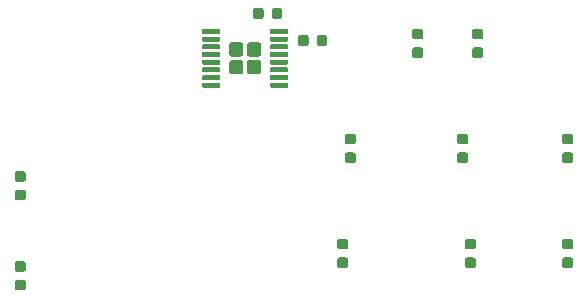
<source format=gbr>
G04 #@! TF.GenerationSoftware,KiCad,Pcbnew,(5.1.4)-1*
G04 #@! TF.CreationDate,2019-12-12T19:55:19+09:00*
G04 #@! TF.ProjectId,microcar_head,6d696372-6f63-4617-925f-686561642e6b,rev?*
G04 #@! TF.SameCoordinates,Original*
G04 #@! TF.FileFunction,Paste,Top*
G04 #@! TF.FilePolarity,Positive*
%FSLAX46Y46*%
G04 Gerber Fmt 4.6, Leading zero omitted, Abs format (unit mm)*
G04 Created by KiCad (PCBNEW (5.1.4)-1) date 2019-12-12 19:55:19*
%MOMM*%
%LPD*%
G04 APERTURE LIST*
%ADD10C,0.100000*%
%ADD11C,0.875000*%
%ADD12C,1.210000*%
%ADD13C,0.400000*%
G04 APERTURE END LIST*
D10*
G36*
X22502691Y-54326053D02*
G01*
X22523926Y-54329203D01*
X22544750Y-54334419D01*
X22564962Y-54341651D01*
X22584368Y-54350830D01*
X22602781Y-54361866D01*
X22620024Y-54374654D01*
X22635930Y-54389070D01*
X22650346Y-54404976D01*
X22663134Y-54422219D01*
X22674170Y-54440632D01*
X22683349Y-54460038D01*
X22690581Y-54480250D01*
X22695797Y-54501074D01*
X22698947Y-54522309D01*
X22700000Y-54543750D01*
X22700000Y-54981250D01*
X22698947Y-55002691D01*
X22695797Y-55023926D01*
X22690581Y-55044750D01*
X22683349Y-55064962D01*
X22674170Y-55084368D01*
X22663134Y-55102781D01*
X22650346Y-55120024D01*
X22635930Y-55135930D01*
X22620024Y-55150346D01*
X22602781Y-55163134D01*
X22584368Y-55174170D01*
X22564962Y-55183349D01*
X22544750Y-55190581D01*
X22523926Y-55195797D01*
X22502691Y-55198947D01*
X22481250Y-55200000D01*
X21968750Y-55200000D01*
X21947309Y-55198947D01*
X21926074Y-55195797D01*
X21905250Y-55190581D01*
X21885038Y-55183349D01*
X21865632Y-55174170D01*
X21847219Y-55163134D01*
X21829976Y-55150346D01*
X21814070Y-55135930D01*
X21799654Y-55120024D01*
X21786866Y-55102781D01*
X21775830Y-55084368D01*
X21766651Y-55064962D01*
X21759419Y-55044750D01*
X21754203Y-55023926D01*
X21751053Y-55002691D01*
X21750000Y-54981250D01*
X21750000Y-54543750D01*
X21751053Y-54522309D01*
X21754203Y-54501074D01*
X21759419Y-54480250D01*
X21766651Y-54460038D01*
X21775830Y-54440632D01*
X21786866Y-54422219D01*
X21799654Y-54404976D01*
X21814070Y-54389070D01*
X21829976Y-54374654D01*
X21847219Y-54361866D01*
X21865632Y-54350830D01*
X21885038Y-54341651D01*
X21905250Y-54334419D01*
X21926074Y-54329203D01*
X21947309Y-54326053D01*
X21968750Y-54325000D01*
X22481250Y-54325000D01*
X22502691Y-54326053D01*
X22502691Y-54326053D01*
G37*
D11*
X22225000Y-54762500D03*
D10*
G36*
X22502691Y-52751053D02*
G01*
X22523926Y-52754203D01*
X22544750Y-52759419D01*
X22564962Y-52766651D01*
X22584368Y-52775830D01*
X22602781Y-52786866D01*
X22620024Y-52799654D01*
X22635930Y-52814070D01*
X22650346Y-52829976D01*
X22663134Y-52847219D01*
X22674170Y-52865632D01*
X22683349Y-52885038D01*
X22690581Y-52905250D01*
X22695797Y-52926074D01*
X22698947Y-52947309D01*
X22700000Y-52968750D01*
X22700000Y-53406250D01*
X22698947Y-53427691D01*
X22695797Y-53448926D01*
X22690581Y-53469750D01*
X22683349Y-53489962D01*
X22674170Y-53509368D01*
X22663134Y-53527781D01*
X22650346Y-53545024D01*
X22635930Y-53560930D01*
X22620024Y-53575346D01*
X22602781Y-53588134D01*
X22584368Y-53599170D01*
X22564962Y-53608349D01*
X22544750Y-53615581D01*
X22523926Y-53620797D01*
X22502691Y-53623947D01*
X22481250Y-53625000D01*
X21968750Y-53625000D01*
X21947309Y-53623947D01*
X21926074Y-53620797D01*
X21905250Y-53615581D01*
X21885038Y-53608349D01*
X21865632Y-53599170D01*
X21847219Y-53588134D01*
X21829976Y-53575346D01*
X21814070Y-53560930D01*
X21799654Y-53545024D01*
X21786866Y-53527781D01*
X21775830Y-53509368D01*
X21766651Y-53489962D01*
X21759419Y-53469750D01*
X21754203Y-53448926D01*
X21751053Y-53427691D01*
X21750000Y-53406250D01*
X21750000Y-52968750D01*
X21751053Y-52947309D01*
X21754203Y-52926074D01*
X21759419Y-52905250D01*
X21766651Y-52885038D01*
X21775830Y-52865632D01*
X21786866Y-52847219D01*
X21799654Y-52829976D01*
X21814070Y-52814070D01*
X21829976Y-52799654D01*
X21847219Y-52786866D01*
X21865632Y-52775830D01*
X21885038Y-52766651D01*
X21905250Y-52759419D01*
X21926074Y-52754203D01*
X21947309Y-52751053D01*
X21968750Y-52750000D01*
X22481250Y-52750000D01*
X22502691Y-52751053D01*
X22502691Y-52751053D01*
G37*
D11*
X22225000Y-53187500D03*
D10*
G36*
X22502691Y-46706053D02*
G01*
X22523926Y-46709203D01*
X22544750Y-46714419D01*
X22564962Y-46721651D01*
X22584368Y-46730830D01*
X22602781Y-46741866D01*
X22620024Y-46754654D01*
X22635930Y-46769070D01*
X22650346Y-46784976D01*
X22663134Y-46802219D01*
X22674170Y-46820632D01*
X22683349Y-46840038D01*
X22690581Y-46860250D01*
X22695797Y-46881074D01*
X22698947Y-46902309D01*
X22700000Y-46923750D01*
X22700000Y-47361250D01*
X22698947Y-47382691D01*
X22695797Y-47403926D01*
X22690581Y-47424750D01*
X22683349Y-47444962D01*
X22674170Y-47464368D01*
X22663134Y-47482781D01*
X22650346Y-47500024D01*
X22635930Y-47515930D01*
X22620024Y-47530346D01*
X22602781Y-47543134D01*
X22584368Y-47554170D01*
X22564962Y-47563349D01*
X22544750Y-47570581D01*
X22523926Y-47575797D01*
X22502691Y-47578947D01*
X22481250Y-47580000D01*
X21968750Y-47580000D01*
X21947309Y-47578947D01*
X21926074Y-47575797D01*
X21905250Y-47570581D01*
X21885038Y-47563349D01*
X21865632Y-47554170D01*
X21847219Y-47543134D01*
X21829976Y-47530346D01*
X21814070Y-47515930D01*
X21799654Y-47500024D01*
X21786866Y-47482781D01*
X21775830Y-47464368D01*
X21766651Y-47444962D01*
X21759419Y-47424750D01*
X21754203Y-47403926D01*
X21751053Y-47382691D01*
X21750000Y-47361250D01*
X21750000Y-46923750D01*
X21751053Y-46902309D01*
X21754203Y-46881074D01*
X21759419Y-46860250D01*
X21766651Y-46840038D01*
X21775830Y-46820632D01*
X21786866Y-46802219D01*
X21799654Y-46784976D01*
X21814070Y-46769070D01*
X21829976Y-46754654D01*
X21847219Y-46741866D01*
X21865632Y-46730830D01*
X21885038Y-46721651D01*
X21905250Y-46714419D01*
X21926074Y-46709203D01*
X21947309Y-46706053D01*
X21968750Y-46705000D01*
X22481250Y-46705000D01*
X22502691Y-46706053D01*
X22502691Y-46706053D01*
G37*
D11*
X22225000Y-47142500D03*
D10*
G36*
X22502691Y-45131053D02*
G01*
X22523926Y-45134203D01*
X22544750Y-45139419D01*
X22564962Y-45146651D01*
X22584368Y-45155830D01*
X22602781Y-45166866D01*
X22620024Y-45179654D01*
X22635930Y-45194070D01*
X22650346Y-45209976D01*
X22663134Y-45227219D01*
X22674170Y-45245632D01*
X22683349Y-45265038D01*
X22690581Y-45285250D01*
X22695797Y-45306074D01*
X22698947Y-45327309D01*
X22700000Y-45348750D01*
X22700000Y-45786250D01*
X22698947Y-45807691D01*
X22695797Y-45828926D01*
X22690581Y-45849750D01*
X22683349Y-45869962D01*
X22674170Y-45889368D01*
X22663134Y-45907781D01*
X22650346Y-45925024D01*
X22635930Y-45940930D01*
X22620024Y-45955346D01*
X22602781Y-45968134D01*
X22584368Y-45979170D01*
X22564962Y-45988349D01*
X22544750Y-45995581D01*
X22523926Y-46000797D01*
X22502691Y-46003947D01*
X22481250Y-46005000D01*
X21968750Y-46005000D01*
X21947309Y-46003947D01*
X21926074Y-46000797D01*
X21905250Y-45995581D01*
X21885038Y-45988349D01*
X21865632Y-45979170D01*
X21847219Y-45968134D01*
X21829976Y-45955346D01*
X21814070Y-45940930D01*
X21799654Y-45925024D01*
X21786866Y-45907781D01*
X21775830Y-45889368D01*
X21766651Y-45869962D01*
X21759419Y-45849750D01*
X21754203Y-45828926D01*
X21751053Y-45807691D01*
X21750000Y-45786250D01*
X21750000Y-45348750D01*
X21751053Y-45327309D01*
X21754203Y-45306074D01*
X21759419Y-45285250D01*
X21766651Y-45265038D01*
X21775830Y-45245632D01*
X21786866Y-45227219D01*
X21799654Y-45209976D01*
X21814070Y-45194070D01*
X21829976Y-45179654D01*
X21847219Y-45166866D01*
X21865632Y-45155830D01*
X21885038Y-45146651D01*
X21905250Y-45139419D01*
X21926074Y-45134203D01*
X21947309Y-45131053D01*
X21968750Y-45130000D01*
X22481250Y-45130000D01*
X22502691Y-45131053D01*
X22502691Y-45131053D01*
G37*
D11*
X22225000Y-45567500D03*
D10*
G36*
X42632691Y-31276053D02*
G01*
X42653926Y-31279203D01*
X42674750Y-31284419D01*
X42694962Y-31291651D01*
X42714368Y-31300830D01*
X42732781Y-31311866D01*
X42750024Y-31324654D01*
X42765930Y-31339070D01*
X42780346Y-31354976D01*
X42793134Y-31372219D01*
X42804170Y-31390632D01*
X42813349Y-31410038D01*
X42820581Y-31430250D01*
X42825797Y-31451074D01*
X42828947Y-31472309D01*
X42830000Y-31493750D01*
X42830000Y-32006250D01*
X42828947Y-32027691D01*
X42825797Y-32048926D01*
X42820581Y-32069750D01*
X42813349Y-32089962D01*
X42804170Y-32109368D01*
X42793134Y-32127781D01*
X42780346Y-32145024D01*
X42765930Y-32160930D01*
X42750024Y-32175346D01*
X42732781Y-32188134D01*
X42714368Y-32199170D01*
X42694962Y-32208349D01*
X42674750Y-32215581D01*
X42653926Y-32220797D01*
X42632691Y-32223947D01*
X42611250Y-32225000D01*
X42173750Y-32225000D01*
X42152309Y-32223947D01*
X42131074Y-32220797D01*
X42110250Y-32215581D01*
X42090038Y-32208349D01*
X42070632Y-32199170D01*
X42052219Y-32188134D01*
X42034976Y-32175346D01*
X42019070Y-32160930D01*
X42004654Y-32145024D01*
X41991866Y-32127781D01*
X41980830Y-32109368D01*
X41971651Y-32089962D01*
X41964419Y-32069750D01*
X41959203Y-32048926D01*
X41956053Y-32027691D01*
X41955000Y-32006250D01*
X41955000Y-31493750D01*
X41956053Y-31472309D01*
X41959203Y-31451074D01*
X41964419Y-31430250D01*
X41971651Y-31410038D01*
X41980830Y-31390632D01*
X41991866Y-31372219D01*
X42004654Y-31354976D01*
X42019070Y-31339070D01*
X42034976Y-31324654D01*
X42052219Y-31311866D01*
X42070632Y-31300830D01*
X42090038Y-31291651D01*
X42110250Y-31284419D01*
X42131074Y-31279203D01*
X42152309Y-31276053D01*
X42173750Y-31275000D01*
X42611250Y-31275000D01*
X42632691Y-31276053D01*
X42632691Y-31276053D01*
G37*
D11*
X42392500Y-31750000D03*
D10*
G36*
X44207691Y-31276053D02*
G01*
X44228926Y-31279203D01*
X44249750Y-31284419D01*
X44269962Y-31291651D01*
X44289368Y-31300830D01*
X44307781Y-31311866D01*
X44325024Y-31324654D01*
X44340930Y-31339070D01*
X44355346Y-31354976D01*
X44368134Y-31372219D01*
X44379170Y-31390632D01*
X44388349Y-31410038D01*
X44395581Y-31430250D01*
X44400797Y-31451074D01*
X44403947Y-31472309D01*
X44405000Y-31493750D01*
X44405000Y-32006250D01*
X44403947Y-32027691D01*
X44400797Y-32048926D01*
X44395581Y-32069750D01*
X44388349Y-32089962D01*
X44379170Y-32109368D01*
X44368134Y-32127781D01*
X44355346Y-32145024D01*
X44340930Y-32160930D01*
X44325024Y-32175346D01*
X44307781Y-32188134D01*
X44289368Y-32199170D01*
X44269962Y-32208349D01*
X44249750Y-32215581D01*
X44228926Y-32220797D01*
X44207691Y-32223947D01*
X44186250Y-32225000D01*
X43748750Y-32225000D01*
X43727309Y-32223947D01*
X43706074Y-32220797D01*
X43685250Y-32215581D01*
X43665038Y-32208349D01*
X43645632Y-32199170D01*
X43627219Y-32188134D01*
X43609976Y-32175346D01*
X43594070Y-32160930D01*
X43579654Y-32145024D01*
X43566866Y-32127781D01*
X43555830Y-32109368D01*
X43546651Y-32089962D01*
X43539419Y-32069750D01*
X43534203Y-32048926D01*
X43531053Y-32027691D01*
X43530000Y-32006250D01*
X43530000Y-31493750D01*
X43531053Y-31472309D01*
X43534203Y-31451074D01*
X43539419Y-31430250D01*
X43546651Y-31410038D01*
X43555830Y-31390632D01*
X43566866Y-31372219D01*
X43579654Y-31354976D01*
X43594070Y-31339070D01*
X43609976Y-31324654D01*
X43627219Y-31311866D01*
X43645632Y-31300830D01*
X43665038Y-31291651D01*
X43685250Y-31284419D01*
X43706074Y-31279203D01*
X43727309Y-31276053D01*
X43748750Y-31275000D01*
X44186250Y-31275000D01*
X44207691Y-31276053D01*
X44207691Y-31276053D01*
G37*
D11*
X43967500Y-31750000D03*
D10*
G36*
X46442691Y-33562053D02*
G01*
X46463926Y-33565203D01*
X46484750Y-33570419D01*
X46504962Y-33577651D01*
X46524368Y-33586830D01*
X46542781Y-33597866D01*
X46560024Y-33610654D01*
X46575930Y-33625070D01*
X46590346Y-33640976D01*
X46603134Y-33658219D01*
X46614170Y-33676632D01*
X46623349Y-33696038D01*
X46630581Y-33716250D01*
X46635797Y-33737074D01*
X46638947Y-33758309D01*
X46640000Y-33779750D01*
X46640000Y-34292250D01*
X46638947Y-34313691D01*
X46635797Y-34334926D01*
X46630581Y-34355750D01*
X46623349Y-34375962D01*
X46614170Y-34395368D01*
X46603134Y-34413781D01*
X46590346Y-34431024D01*
X46575930Y-34446930D01*
X46560024Y-34461346D01*
X46542781Y-34474134D01*
X46524368Y-34485170D01*
X46504962Y-34494349D01*
X46484750Y-34501581D01*
X46463926Y-34506797D01*
X46442691Y-34509947D01*
X46421250Y-34511000D01*
X45983750Y-34511000D01*
X45962309Y-34509947D01*
X45941074Y-34506797D01*
X45920250Y-34501581D01*
X45900038Y-34494349D01*
X45880632Y-34485170D01*
X45862219Y-34474134D01*
X45844976Y-34461346D01*
X45829070Y-34446930D01*
X45814654Y-34431024D01*
X45801866Y-34413781D01*
X45790830Y-34395368D01*
X45781651Y-34375962D01*
X45774419Y-34355750D01*
X45769203Y-34334926D01*
X45766053Y-34313691D01*
X45765000Y-34292250D01*
X45765000Y-33779750D01*
X45766053Y-33758309D01*
X45769203Y-33737074D01*
X45774419Y-33716250D01*
X45781651Y-33696038D01*
X45790830Y-33676632D01*
X45801866Y-33658219D01*
X45814654Y-33640976D01*
X45829070Y-33625070D01*
X45844976Y-33610654D01*
X45862219Y-33597866D01*
X45880632Y-33586830D01*
X45900038Y-33577651D01*
X45920250Y-33570419D01*
X45941074Y-33565203D01*
X45962309Y-33562053D01*
X45983750Y-33561000D01*
X46421250Y-33561000D01*
X46442691Y-33562053D01*
X46442691Y-33562053D01*
G37*
D11*
X46202500Y-34036000D03*
D10*
G36*
X48017691Y-33562053D02*
G01*
X48038926Y-33565203D01*
X48059750Y-33570419D01*
X48079962Y-33577651D01*
X48099368Y-33586830D01*
X48117781Y-33597866D01*
X48135024Y-33610654D01*
X48150930Y-33625070D01*
X48165346Y-33640976D01*
X48178134Y-33658219D01*
X48189170Y-33676632D01*
X48198349Y-33696038D01*
X48205581Y-33716250D01*
X48210797Y-33737074D01*
X48213947Y-33758309D01*
X48215000Y-33779750D01*
X48215000Y-34292250D01*
X48213947Y-34313691D01*
X48210797Y-34334926D01*
X48205581Y-34355750D01*
X48198349Y-34375962D01*
X48189170Y-34395368D01*
X48178134Y-34413781D01*
X48165346Y-34431024D01*
X48150930Y-34446930D01*
X48135024Y-34461346D01*
X48117781Y-34474134D01*
X48099368Y-34485170D01*
X48079962Y-34494349D01*
X48059750Y-34501581D01*
X48038926Y-34506797D01*
X48017691Y-34509947D01*
X47996250Y-34511000D01*
X47558750Y-34511000D01*
X47537309Y-34509947D01*
X47516074Y-34506797D01*
X47495250Y-34501581D01*
X47475038Y-34494349D01*
X47455632Y-34485170D01*
X47437219Y-34474134D01*
X47419976Y-34461346D01*
X47404070Y-34446930D01*
X47389654Y-34431024D01*
X47376866Y-34413781D01*
X47365830Y-34395368D01*
X47356651Y-34375962D01*
X47349419Y-34355750D01*
X47344203Y-34334926D01*
X47341053Y-34313691D01*
X47340000Y-34292250D01*
X47340000Y-33779750D01*
X47341053Y-33758309D01*
X47344203Y-33737074D01*
X47349419Y-33716250D01*
X47356651Y-33696038D01*
X47365830Y-33676632D01*
X47376866Y-33658219D01*
X47389654Y-33640976D01*
X47404070Y-33625070D01*
X47419976Y-33610654D01*
X47437219Y-33597866D01*
X47455632Y-33586830D01*
X47475038Y-33577651D01*
X47495250Y-33570419D01*
X47516074Y-33565203D01*
X47537309Y-33562053D01*
X47558750Y-33561000D01*
X47996250Y-33561000D01*
X48017691Y-33562053D01*
X48017691Y-33562053D01*
G37*
D11*
X47777500Y-34036000D03*
D10*
G36*
X60602691Y-52421053D02*
G01*
X60623926Y-52424203D01*
X60644750Y-52429419D01*
X60664962Y-52436651D01*
X60684368Y-52445830D01*
X60702781Y-52456866D01*
X60720024Y-52469654D01*
X60735930Y-52484070D01*
X60750346Y-52499976D01*
X60763134Y-52517219D01*
X60774170Y-52535632D01*
X60783349Y-52555038D01*
X60790581Y-52575250D01*
X60795797Y-52596074D01*
X60798947Y-52617309D01*
X60800000Y-52638750D01*
X60800000Y-53076250D01*
X60798947Y-53097691D01*
X60795797Y-53118926D01*
X60790581Y-53139750D01*
X60783349Y-53159962D01*
X60774170Y-53179368D01*
X60763134Y-53197781D01*
X60750346Y-53215024D01*
X60735930Y-53230930D01*
X60720024Y-53245346D01*
X60702781Y-53258134D01*
X60684368Y-53269170D01*
X60664962Y-53278349D01*
X60644750Y-53285581D01*
X60623926Y-53290797D01*
X60602691Y-53293947D01*
X60581250Y-53295000D01*
X60068750Y-53295000D01*
X60047309Y-53293947D01*
X60026074Y-53290797D01*
X60005250Y-53285581D01*
X59985038Y-53278349D01*
X59965632Y-53269170D01*
X59947219Y-53258134D01*
X59929976Y-53245346D01*
X59914070Y-53230930D01*
X59899654Y-53215024D01*
X59886866Y-53197781D01*
X59875830Y-53179368D01*
X59866651Y-53159962D01*
X59859419Y-53139750D01*
X59854203Y-53118926D01*
X59851053Y-53097691D01*
X59850000Y-53076250D01*
X59850000Y-52638750D01*
X59851053Y-52617309D01*
X59854203Y-52596074D01*
X59859419Y-52575250D01*
X59866651Y-52555038D01*
X59875830Y-52535632D01*
X59886866Y-52517219D01*
X59899654Y-52499976D01*
X59914070Y-52484070D01*
X59929976Y-52469654D01*
X59947219Y-52456866D01*
X59965632Y-52445830D01*
X59985038Y-52436651D01*
X60005250Y-52429419D01*
X60026074Y-52424203D01*
X60047309Y-52421053D01*
X60068750Y-52420000D01*
X60581250Y-52420000D01*
X60602691Y-52421053D01*
X60602691Y-52421053D01*
G37*
D11*
X60325000Y-52857500D03*
D10*
G36*
X60602691Y-50846053D02*
G01*
X60623926Y-50849203D01*
X60644750Y-50854419D01*
X60664962Y-50861651D01*
X60684368Y-50870830D01*
X60702781Y-50881866D01*
X60720024Y-50894654D01*
X60735930Y-50909070D01*
X60750346Y-50924976D01*
X60763134Y-50942219D01*
X60774170Y-50960632D01*
X60783349Y-50980038D01*
X60790581Y-51000250D01*
X60795797Y-51021074D01*
X60798947Y-51042309D01*
X60800000Y-51063750D01*
X60800000Y-51501250D01*
X60798947Y-51522691D01*
X60795797Y-51543926D01*
X60790581Y-51564750D01*
X60783349Y-51584962D01*
X60774170Y-51604368D01*
X60763134Y-51622781D01*
X60750346Y-51640024D01*
X60735930Y-51655930D01*
X60720024Y-51670346D01*
X60702781Y-51683134D01*
X60684368Y-51694170D01*
X60664962Y-51703349D01*
X60644750Y-51710581D01*
X60623926Y-51715797D01*
X60602691Y-51718947D01*
X60581250Y-51720000D01*
X60068750Y-51720000D01*
X60047309Y-51718947D01*
X60026074Y-51715797D01*
X60005250Y-51710581D01*
X59985038Y-51703349D01*
X59965632Y-51694170D01*
X59947219Y-51683134D01*
X59929976Y-51670346D01*
X59914070Y-51655930D01*
X59899654Y-51640024D01*
X59886866Y-51622781D01*
X59875830Y-51604368D01*
X59866651Y-51584962D01*
X59859419Y-51564750D01*
X59854203Y-51543926D01*
X59851053Y-51522691D01*
X59850000Y-51501250D01*
X59850000Y-51063750D01*
X59851053Y-51042309D01*
X59854203Y-51021074D01*
X59859419Y-51000250D01*
X59866651Y-50980038D01*
X59875830Y-50960632D01*
X59886866Y-50942219D01*
X59899654Y-50924976D01*
X59914070Y-50909070D01*
X59929976Y-50894654D01*
X59947219Y-50881866D01*
X59965632Y-50870830D01*
X59985038Y-50861651D01*
X60005250Y-50854419D01*
X60026074Y-50849203D01*
X60047309Y-50846053D01*
X60068750Y-50845000D01*
X60581250Y-50845000D01*
X60602691Y-50846053D01*
X60602691Y-50846053D01*
G37*
D11*
X60325000Y-51282500D03*
D10*
G36*
X61237691Y-34641053D02*
G01*
X61258926Y-34644203D01*
X61279750Y-34649419D01*
X61299962Y-34656651D01*
X61319368Y-34665830D01*
X61337781Y-34676866D01*
X61355024Y-34689654D01*
X61370930Y-34704070D01*
X61385346Y-34719976D01*
X61398134Y-34737219D01*
X61409170Y-34755632D01*
X61418349Y-34775038D01*
X61425581Y-34795250D01*
X61430797Y-34816074D01*
X61433947Y-34837309D01*
X61435000Y-34858750D01*
X61435000Y-35296250D01*
X61433947Y-35317691D01*
X61430797Y-35338926D01*
X61425581Y-35359750D01*
X61418349Y-35379962D01*
X61409170Y-35399368D01*
X61398134Y-35417781D01*
X61385346Y-35435024D01*
X61370930Y-35450930D01*
X61355024Y-35465346D01*
X61337781Y-35478134D01*
X61319368Y-35489170D01*
X61299962Y-35498349D01*
X61279750Y-35505581D01*
X61258926Y-35510797D01*
X61237691Y-35513947D01*
X61216250Y-35515000D01*
X60703750Y-35515000D01*
X60682309Y-35513947D01*
X60661074Y-35510797D01*
X60640250Y-35505581D01*
X60620038Y-35498349D01*
X60600632Y-35489170D01*
X60582219Y-35478134D01*
X60564976Y-35465346D01*
X60549070Y-35450930D01*
X60534654Y-35435024D01*
X60521866Y-35417781D01*
X60510830Y-35399368D01*
X60501651Y-35379962D01*
X60494419Y-35359750D01*
X60489203Y-35338926D01*
X60486053Y-35317691D01*
X60485000Y-35296250D01*
X60485000Y-34858750D01*
X60486053Y-34837309D01*
X60489203Y-34816074D01*
X60494419Y-34795250D01*
X60501651Y-34775038D01*
X60510830Y-34755632D01*
X60521866Y-34737219D01*
X60534654Y-34719976D01*
X60549070Y-34704070D01*
X60564976Y-34689654D01*
X60582219Y-34676866D01*
X60600632Y-34665830D01*
X60620038Y-34656651D01*
X60640250Y-34649419D01*
X60661074Y-34644203D01*
X60682309Y-34641053D01*
X60703750Y-34640000D01*
X61216250Y-34640000D01*
X61237691Y-34641053D01*
X61237691Y-34641053D01*
G37*
D11*
X60960000Y-35077500D03*
D10*
G36*
X61237691Y-33066053D02*
G01*
X61258926Y-33069203D01*
X61279750Y-33074419D01*
X61299962Y-33081651D01*
X61319368Y-33090830D01*
X61337781Y-33101866D01*
X61355024Y-33114654D01*
X61370930Y-33129070D01*
X61385346Y-33144976D01*
X61398134Y-33162219D01*
X61409170Y-33180632D01*
X61418349Y-33200038D01*
X61425581Y-33220250D01*
X61430797Y-33241074D01*
X61433947Y-33262309D01*
X61435000Y-33283750D01*
X61435000Y-33721250D01*
X61433947Y-33742691D01*
X61430797Y-33763926D01*
X61425581Y-33784750D01*
X61418349Y-33804962D01*
X61409170Y-33824368D01*
X61398134Y-33842781D01*
X61385346Y-33860024D01*
X61370930Y-33875930D01*
X61355024Y-33890346D01*
X61337781Y-33903134D01*
X61319368Y-33914170D01*
X61299962Y-33923349D01*
X61279750Y-33930581D01*
X61258926Y-33935797D01*
X61237691Y-33938947D01*
X61216250Y-33940000D01*
X60703750Y-33940000D01*
X60682309Y-33938947D01*
X60661074Y-33935797D01*
X60640250Y-33930581D01*
X60620038Y-33923349D01*
X60600632Y-33914170D01*
X60582219Y-33903134D01*
X60564976Y-33890346D01*
X60549070Y-33875930D01*
X60534654Y-33860024D01*
X60521866Y-33842781D01*
X60510830Y-33824368D01*
X60501651Y-33804962D01*
X60494419Y-33784750D01*
X60489203Y-33763926D01*
X60486053Y-33742691D01*
X60485000Y-33721250D01*
X60485000Y-33283750D01*
X60486053Y-33262309D01*
X60489203Y-33241074D01*
X60494419Y-33220250D01*
X60501651Y-33200038D01*
X60510830Y-33180632D01*
X60521866Y-33162219D01*
X60534654Y-33144976D01*
X60549070Y-33129070D01*
X60564976Y-33114654D01*
X60582219Y-33101866D01*
X60600632Y-33090830D01*
X60620038Y-33081651D01*
X60640250Y-33074419D01*
X60661074Y-33069203D01*
X60682309Y-33066053D01*
X60703750Y-33065000D01*
X61216250Y-33065000D01*
X61237691Y-33066053D01*
X61237691Y-33066053D01*
G37*
D11*
X60960000Y-33502500D03*
D10*
G36*
X68857691Y-43531053D02*
G01*
X68878926Y-43534203D01*
X68899750Y-43539419D01*
X68919962Y-43546651D01*
X68939368Y-43555830D01*
X68957781Y-43566866D01*
X68975024Y-43579654D01*
X68990930Y-43594070D01*
X69005346Y-43609976D01*
X69018134Y-43627219D01*
X69029170Y-43645632D01*
X69038349Y-43665038D01*
X69045581Y-43685250D01*
X69050797Y-43706074D01*
X69053947Y-43727309D01*
X69055000Y-43748750D01*
X69055000Y-44186250D01*
X69053947Y-44207691D01*
X69050797Y-44228926D01*
X69045581Y-44249750D01*
X69038349Y-44269962D01*
X69029170Y-44289368D01*
X69018134Y-44307781D01*
X69005346Y-44325024D01*
X68990930Y-44340930D01*
X68975024Y-44355346D01*
X68957781Y-44368134D01*
X68939368Y-44379170D01*
X68919962Y-44388349D01*
X68899750Y-44395581D01*
X68878926Y-44400797D01*
X68857691Y-44403947D01*
X68836250Y-44405000D01*
X68323750Y-44405000D01*
X68302309Y-44403947D01*
X68281074Y-44400797D01*
X68260250Y-44395581D01*
X68240038Y-44388349D01*
X68220632Y-44379170D01*
X68202219Y-44368134D01*
X68184976Y-44355346D01*
X68169070Y-44340930D01*
X68154654Y-44325024D01*
X68141866Y-44307781D01*
X68130830Y-44289368D01*
X68121651Y-44269962D01*
X68114419Y-44249750D01*
X68109203Y-44228926D01*
X68106053Y-44207691D01*
X68105000Y-44186250D01*
X68105000Y-43748750D01*
X68106053Y-43727309D01*
X68109203Y-43706074D01*
X68114419Y-43685250D01*
X68121651Y-43665038D01*
X68130830Y-43645632D01*
X68141866Y-43627219D01*
X68154654Y-43609976D01*
X68169070Y-43594070D01*
X68184976Y-43579654D01*
X68202219Y-43566866D01*
X68220632Y-43555830D01*
X68240038Y-43546651D01*
X68260250Y-43539419D01*
X68281074Y-43534203D01*
X68302309Y-43531053D01*
X68323750Y-43530000D01*
X68836250Y-43530000D01*
X68857691Y-43531053D01*
X68857691Y-43531053D01*
G37*
D11*
X68580000Y-43967500D03*
D10*
G36*
X68857691Y-41956053D02*
G01*
X68878926Y-41959203D01*
X68899750Y-41964419D01*
X68919962Y-41971651D01*
X68939368Y-41980830D01*
X68957781Y-41991866D01*
X68975024Y-42004654D01*
X68990930Y-42019070D01*
X69005346Y-42034976D01*
X69018134Y-42052219D01*
X69029170Y-42070632D01*
X69038349Y-42090038D01*
X69045581Y-42110250D01*
X69050797Y-42131074D01*
X69053947Y-42152309D01*
X69055000Y-42173750D01*
X69055000Y-42611250D01*
X69053947Y-42632691D01*
X69050797Y-42653926D01*
X69045581Y-42674750D01*
X69038349Y-42694962D01*
X69029170Y-42714368D01*
X69018134Y-42732781D01*
X69005346Y-42750024D01*
X68990930Y-42765930D01*
X68975024Y-42780346D01*
X68957781Y-42793134D01*
X68939368Y-42804170D01*
X68919962Y-42813349D01*
X68899750Y-42820581D01*
X68878926Y-42825797D01*
X68857691Y-42828947D01*
X68836250Y-42830000D01*
X68323750Y-42830000D01*
X68302309Y-42828947D01*
X68281074Y-42825797D01*
X68260250Y-42820581D01*
X68240038Y-42813349D01*
X68220632Y-42804170D01*
X68202219Y-42793134D01*
X68184976Y-42780346D01*
X68169070Y-42765930D01*
X68154654Y-42750024D01*
X68141866Y-42732781D01*
X68130830Y-42714368D01*
X68121651Y-42694962D01*
X68114419Y-42674750D01*
X68109203Y-42653926D01*
X68106053Y-42632691D01*
X68105000Y-42611250D01*
X68105000Y-42173750D01*
X68106053Y-42152309D01*
X68109203Y-42131074D01*
X68114419Y-42110250D01*
X68121651Y-42090038D01*
X68130830Y-42070632D01*
X68141866Y-42052219D01*
X68154654Y-42034976D01*
X68169070Y-42019070D01*
X68184976Y-42004654D01*
X68202219Y-41991866D01*
X68220632Y-41980830D01*
X68240038Y-41971651D01*
X68260250Y-41964419D01*
X68281074Y-41959203D01*
X68302309Y-41956053D01*
X68323750Y-41955000D01*
X68836250Y-41955000D01*
X68857691Y-41956053D01*
X68857691Y-41956053D01*
G37*
D11*
X68580000Y-42392500D03*
D10*
G36*
X49807691Y-52421053D02*
G01*
X49828926Y-52424203D01*
X49849750Y-52429419D01*
X49869962Y-52436651D01*
X49889368Y-52445830D01*
X49907781Y-52456866D01*
X49925024Y-52469654D01*
X49940930Y-52484070D01*
X49955346Y-52499976D01*
X49968134Y-52517219D01*
X49979170Y-52535632D01*
X49988349Y-52555038D01*
X49995581Y-52575250D01*
X50000797Y-52596074D01*
X50003947Y-52617309D01*
X50005000Y-52638750D01*
X50005000Y-53076250D01*
X50003947Y-53097691D01*
X50000797Y-53118926D01*
X49995581Y-53139750D01*
X49988349Y-53159962D01*
X49979170Y-53179368D01*
X49968134Y-53197781D01*
X49955346Y-53215024D01*
X49940930Y-53230930D01*
X49925024Y-53245346D01*
X49907781Y-53258134D01*
X49889368Y-53269170D01*
X49869962Y-53278349D01*
X49849750Y-53285581D01*
X49828926Y-53290797D01*
X49807691Y-53293947D01*
X49786250Y-53295000D01*
X49273750Y-53295000D01*
X49252309Y-53293947D01*
X49231074Y-53290797D01*
X49210250Y-53285581D01*
X49190038Y-53278349D01*
X49170632Y-53269170D01*
X49152219Y-53258134D01*
X49134976Y-53245346D01*
X49119070Y-53230930D01*
X49104654Y-53215024D01*
X49091866Y-53197781D01*
X49080830Y-53179368D01*
X49071651Y-53159962D01*
X49064419Y-53139750D01*
X49059203Y-53118926D01*
X49056053Y-53097691D01*
X49055000Y-53076250D01*
X49055000Y-52638750D01*
X49056053Y-52617309D01*
X49059203Y-52596074D01*
X49064419Y-52575250D01*
X49071651Y-52555038D01*
X49080830Y-52535632D01*
X49091866Y-52517219D01*
X49104654Y-52499976D01*
X49119070Y-52484070D01*
X49134976Y-52469654D01*
X49152219Y-52456866D01*
X49170632Y-52445830D01*
X49190038Y-52436651D01*
X49210250Y-52429419D01*
X49231074Y-52424203D01*
X49252309Y-52421053D01*
X49273750Y-52420000D01*
X49786250Y-52420000D01*
X49807691Y-52421053D01*
X49807691Y-52421053D01*
G37*
D11*
X49530000Y-52857500D03*
D10*
G36*
X49807691Y-50846053D02*
G01*
X49828926Y-50849203D01*
X49849750Y-50854419D01*
X49869962Y-50861651D01*
X49889368Y-50870830D01*
X49907781Y-50881866D01*
X49925024Y-50894654D01*
X49940930Y-50909070D01*
X49955346Y-50924976D01*
X49968134Y-50942219D01*
X49979170Y-50960632D01*
X49988349Y-50980038D01*
X49995581Y-51000250D01*
X50000797Y-51021074D01*
X50003947Y-51042309D01*
X50005000Y-51063750D01*
X50005000Y-51501250D01*
X50003947Y-51522691D01*
X50000797Y-51543926D01*
X49995581Y-51564750D01*
X49988349Y-51584962D01*
X49979170Y-51604368D01*
X49968134Y-51622781D01*
X49955346Y-51640024D01*
X49940930Y-51655930D01*
X49925024Y-51670346D01*
X49907781Y-51683134D01*
X49889368Y-51694170D01*
X49869962Y-51703349D01*
X49849750Y-51710581D01*
X49828926Y-51715797D01*
X49807691Y-51718947D01*
X49786250Y-51720000D01*
X49273750Y-51720000D01*
X49252309Y-51718947D01*
X49231074Y-51715797D01*
X49210250Y-51710581D01*
X49190038Y-51703349D01*
X49170632Y-51694170D01*
X49152219Y-51683134D01*
X49134976Y-51670346D01*
X49119070Y-51655930D01*
X49104654Y-51640024D01*
X49091866Y-51622781D01*
X49080830Y-51604368D01*
X49071651Y-51584962D01*
X49064419Y-51564750D01*
X49059203Y-51543926D01*
X49056053Y-51522691D01*
X49055000Y-51501250D01*
X49055000Y-51063750D01*
X49056053Y-51042309D01*
X49059203Y-51021074D01*
X49064419Y-51000250D01*
X49071651Y-50980038D01*
X49080830Y-50960632D01*
X49091866Y-50942219D01*
X49104654Y-50924976D01*
X49119070Y-50909070D01*
X49134976Y-50894654D01*
X49152219Y-50881866D01*
X49170632Y-50870830D01*
X49190038Y-50861651D01*
X49210250Y-50854419D01*
X49231074Y-50849203D01*
X49252309Y-50846053D01*
X49273750Y-50845000D01*
X49786250Y-50845000D01*
X49807691Y-50846053D01*
X49807691Y-50846053D01*
G37*
D11*
X49530000Y-51282500D03*
D10*
G36*
X50442691Y-43531053D02*
G01*
X50463926Y-43534203D01*
X50484750Y-43539419D01*
X50504962Y-43546651D01*
X50524368Y-43555830D01*
X50542781Y-43566866D01*
X50560024Y-43579654D01*
X50575930Y-43594070D01*
X50590346Y-43609976D01*
X50603134Y-43627219D01*
X50614170Y-43645632D01*
X50623349Y-43665038D01*
X50630581Y-43685250D01*
X50635797Y-43706074D01*
X50638947Y-43727309D01*
X50640000Y-43748750D01*
X50640000Y-44186250D01*
X50638947Y-44207691D01*
X50635797Y-44228926D01*
X50630581Y-44249750D01*
X50623349Y-44269962D01*
X50614170Y-44289368D01*
X50603134Y-44307781D01*
X50590346Y-44325024D01*
X50575930Y-44340930D01*
X50560024Y-44355346D01*
X50542781Y-44368134D01*
X50524368Y-44379170D01*
X50504962Y-44388349D01*
X50484750Y-44395581D01*
X50463926Y-44400797D01*
X50442691Y-44403947D01*
X50421250Y-44405000D01*
X49908750Y-44405000D01*
X49887309Y-44403947D01*
X49866074Y-44400797D01*
X49845250Y-44395581D01*
X49825038Y-44388349D01*
X49805632Y-44379170D01*
X49787219Y-44368134D01*
X49769976Y-44355346D01*
X49754070Y-44340930D01*
X49739654Y-44325024D01*
X49726866Y-44307781D01*
X49715830Y-44289368D01*
X49706651Y-44269962D01*
X49699419Y-44249750D01*
X49694203Y-44228926D01*
X49691053Y-44207691D01*
X49690000Y-44186250D01*
X49690000Y-43748750D01*
X49691053Y-43727309D01*
X49694203Y-43706074D01*
X49699419Y-43685250D01*
X49706651Y-43665038D01*
X49715830Y-43645632D01*
X49726866Y-43627219D01*
X49739654Y-43609976D01*
X49754070Y-43594070D01*
X49769976Y-43579654D01*
X49787219Y-43566866D01*
X49805632Y-43555830D01*
X49825038Y-43546651D01*
X49845250Y-43539419D01*
X49866074Y-43534203D01*
X49887309Y-43531053D01*
X49908750Y-43530000D01*
X50421250Y-43530000D01*
X50442691Y-43531053D01*
X50442691Y-43531053D01*
G37*
D11*
X50165000Y-43967500D03*
D10*
G36*
X50442691Y-41956053D02*
G01*
X50463926Y-41959203D01*
X50484750Y-41964419D01*
X50504962Y-41971651D01*
X50524368Y-41980830D01*
X50542781Y-41991866D01*
X50560024Y-42004654D01*
X50575930Y-42019070D01*
X50590346Y-42034976D01*
X50603134Y-42052219D01*
X50614170Y-42070632D01*
X50623349Y-42090038D01*
X50630581Y-42110250D01*
X50635797Y-42131074D01*
X50638947Y-42152309D01*
X50640000Y-42173750D01*
X50640000Y-42611250D01*
X50638947Y-42632691D01*
X50635797Y-42653926D01*
X50630581Y-42674750D01*
X50623349Y-42694962D01*
X50614170Y-42714368D01*
X50603134Y-42732781D01*
X50590346Y-42750024D01*
X50575930Y-42765930D01*
X50560024Y-42780346D01*
X50542781Y-42793134D01*
X50524368Y-42804170D01*
X50504962Y-42813349D01*
X50484750Y-42820581D01*
X50463926Y-42825797D01*
X50442691Y-42828947D01*
X50421250Y-42830000D01*
X49908750Y-42830000D01*
X49887309Y-42828947D01*
X49866074Y-42825797D01*
X49845250Y-42820581D01*
X49825038Y-42813349D01*
X49805632Y-42804170D01*
X49787219Y-42793134D01*
X49769976Y-42780346D01*
X49754070Y-42765930D01*
X49739654Y-42750024D01*
X49726866Y-42732781D01*
X49715830Y-42714368D01*
X49706651Y-42694962D01*
X49699419Y-42674750D01*
X49694203Y-42653926D01*
X49691053Y-42632691D01*
X49690000Y-42611250D01*
X49690000Y-42173750D01*
X49691053Y-42152309D01*
X49694203Y-42131074D01*
X49699419Y-42110250D01*
X49706651Y-42090038D01*
X49715830Y-42070632D01*
X49726866Y-42052219D01*
X49739654Y-42034976D01*
X49754070Y-42019070D01*
X49769976Y-42004654D01*
X49787219Y-41991866D01*
X49805632Y-41980830D01*
X49825038Y-41971651D01*
X49845250Y-41964419D01*
X49866074Y-41959203D01*
X49887309Y-41956053D01*
X49908750Y-41955000D01*
X50421250Y-41955000D01*
X50442691Y-41956053D01*
X50442691Y-41956053D01*
G37*
D11*
X50165000Y-42392500D03*
D10*
G36*
X59967691Y-43531053D02*
G01*
X59988926Y-43534203D01*
X60009750Y-43539419D01*
X60029962Y-43546651D01*
X60049368Y-43555830D01*
X60067781Y-43566866D01*
X60085024Y-43579654D01*
X60100930Y-43594070D01*
X60115346Y-43609976D01*
X60128134Y-43627219D01*
X60139170Y-43645632D01*
X60148349Y-43665038D01*
X60155581Y-43685250D01*
X60160797Y-43706074D01*
X60163947Y-43727309D01*
X60165000Y-43748750D01*
X60165000Y-44186250D01*
X60163947Y-44207691D01*
X60160797Y-44228926D01*
X60155581Y-44249750D01*
X60148349Y-44269962D01*
X60139170Y-44289368D01*
X60128134Y-44307781D01*
X60115346Y-44325024D01*
X60100930Y-44340930D01*
X60085024Y-44355346D01*
X60067781Y-44368134D01*
X60049368Y-44379170D01*
X60029962Y-44388349D01*
X60009750Y-44395581D01*
X59988926Y-44400797D01*
X59967691Y-44403947D01*
X59946250Y-44405000D01*
X59433750Y-44405000D01*
X59412309Y-44403947D01*
X59391074Y-44400797D01*
X59370250Y-44395581D01*
X59350038Y-44388349D01*
X59330632Y-44379170D01*
X59312219Y-44368134D01*
X59294976Y-44355346D01*
X59279070Y-44340930D01*
X59264654Y-44325024D01*
X59251866Y-44307781D01*
X59240830Y-44289368D01*
X59231651Y-44269962D01*
X59224419Y-44249750D01*
X59219203Y-44228926D01*
X59216053Y-44207691D01*
X59215000Y-44186250D01*
X59215000Y-43748750D01*
X59216053Y-43727309D01*
X59219203Y-43706074D01*
X59224419Y-43685250D01*
X59231651Y-43665038D01*
X59240830Y-43645632D01*
X59251866Y-43627219D01*
X59264654Y-43609976D01*
X59279070Y-43594070D01*
X59294976Y-43579654D01*
X59312219Y-43566866D01*
X59330632Y-43555830D01*
X59350038Y-43546651D01*
X59370250Y-43539419D01*
X59391074Y-43534203D01*
X59412309Y-43531053D01*
X59433750Y-43530000D01*
X59946250Y-43530000D01*
X59967691Y-43531053D01*
X59967691Y-43531053D01*
G37*
D11*
X59690000Y-43967500D03*
D10*
G36*
X59967691Y-41956053D02*
G01*
X59988926Y-41959203D01*
X60009750Y-41964419D01*
X60029962Y-41971651D01*
X60049368Y-41980830D01*
X60067781Y-41991866D01*
X60085024Y-42004654D01*
X60100930Y-42019070D01*
X60115346Y-42034976D01*
X60128134Y-42052219D01*
X60139170Y-42070632D01*
X60148349Y-42090038D01*
X60155581Y-42110250D01*
X60160797Y-42131074D01*
X60163947Y-42152309D01*
X60165000Y-42173750D01*
X60165000Y-42611250D01*
X60163947Y-42632691D01*
X60160797Y-42653926D01*
X60155581Y-42674750D01*
X60148349Y-42694962D01*
X60139170Y-42714368D01*
X60128134Y-42732781D01*
X60115346Y-42750024D01*
X60100930Y-42765930D01*
X60085024Y-42780346D01*
X60067781Y-42793134D01*
X60049368Y-42804170D01*
X60029962Y-42813349D01*
X60009750Y-42820581D01*
X59988926Y-42825797D01*
X59967691Y-42828947D01*
X59946250Y-42830000D01*
X59433750Y-42830000D01*
X59412309Y-42828947D01*
X59391074Y-42825797D01*
X59370250Y-42820581D01*
X59350038Y-42813349D01*
X59330632Y-42804170D01*
X59312219Y-42793134D01*
X59294976Y-42780346D01*
X59279070Y-42765930D01*
X59264654Y-42750024D01*
X59251866Y-42732781D01*
X59240830Y-42714368D01*
X59231651Y-42694962D01*
X59224419Y-42674750D01*
X59219203Y-42653926D01*
X59216053Y-42632691D01*
X59215000Y-42611250D01*
X59215000Y-42173750D01*
X59216053Y-42152309D01*
X59219203Y-42131074D01*
X59224419Y-42110250D01*
X59231651Y-42090038D01*
X59240830Y-42070632D01*
X59251866Y-42052219D01*
X59264654Y-42034976D01*
X59279070Y-42019070D01*
X59294976Y-42004654D01*
X59312219Y-41991866D01*
X59330632Y-41980830D01*
X59350038Y-41971651D01*
X59370250Y-41964419D01*
X59391074Y-41959203D01*
X59412309Y-41956053D01*
X59433750Y-41955000D01*
X59946250Y-41955000D01*
X59967691Y-41956053D01*
X59967691Y-41956053D01*
G37*
D11*
X59690000Y-42392500D03*
D10*
G36*
X68857691Y-52421053D02*
G01*
X68878926Y-52424203D01*
X68899750Y-52429419D01*
X68919962Y-52436651D01*
X68939368Y-52445830D01*
X68957781Y-52456866D01*
X68975024Y-52469654D01*
X68990930Y-52484070D01*
X69005346Y-52499976D01*
X69018134Y-52517219D01*
X69029170Y-52535632D01*
X69038349Y-52555038D01*
X69045581Y-52575250D01*
X69050797Y-52596074D01*
X69053947Y-52617309D01*
X69055000Y-52638750D01*
X69055000Y-53076250D01*
X69053947Y-53097691D01*
X69050797Y-53118926D01*
X69045581Y-53139750D01*
X69038349Y-53159962D01*
X69029170Y-53179368D01*
X69018134Y-53197781D01*
X69005346Y-53215024D01*
X68990930Y-53230930D01*
X68975024Y-53245346D01*
X68957781Y-53258134D01*
X68939368Y-53269170D01*
X68919962Y-53278349D01*
X68899750Y-53285581D01*
X68878926Y-53290797D01*
X68857691Y-53293947D01*
X68836250Y-53295000D01*
X68323750Y-53295000D01*
X68302309Y-53293947D01*
X68281074Y-53290797D01*
X68260250Y-53285581D01*
X68240038Y-53278349D01*
X68220632Y-53269170D01*
X68202219Y-53258134D01*
X68184976Y-53245346D01*
X68169070Y-53230930D01*
X68154654Y-53215024D01*
X68141866Y-53197781D01*
X68130830Y-53179368D01*
X68121651Y-53159962D01*
X68114419Y-53139750D01*
X68109203Y-53118926D01*
X68106053Y-53097691D01*
X68105000Y-53076250D01*
X68105000Y-52638750D01*
X68106053Y-52617309D01*
X68109203Y-52596074D01*
X68114419Y-52575250D01*
X68121651Y-52555038D01*
X68130830Y-52535632D01*
X68141866Y-52517219D01*
X68154654Y-52499976D01*
X68169070Y-52484070D01*
X68184976Y-52469654D01*
X68202219Y-52456866D01*
X68220632Y-52445830D01*
X68240038Y-52436651D01*
X68260250Y-52429419D01*
X68281074Y-52424203D01*
X68302309Y-52421053D01*
X68323750Y-52420000D01*
X68836250Y-52420000D01*
X68857691Y-52421053D01*
X68857691Y-52421053D01*
G37*
D11*
X68580000Y-52857500D03*
D10*
G36*
X68857691Y-50846053D02*
G01*
X68878926Y-50849203D01*
X68899750Y-50854419D01*
X68919962Y-50861651D01*
X68939368Y-50870830D01*
X68957781Y-50881866D01*
X68975024Y-50894654D01*
X68990930Y-50909070D01*
X69005346Y-50924976D01*
X69018134Y-50942219D01*
X69029170Y-50960632D01*
X69038349Y-50980038D01*
X69045581Y-51000250D01*
X69050797Y-51021074D01*
X69053947Y-51042309D01*
X69055000Y-51063750D01*
X69055000Y-51501250D01*
X69053947Y-51522691D01*
X69050797Y-51543926D01*
X69045581Y-51564750D01*
X69038349Y-51584962D01*
X69029170Y-51604368D01*
X69018134Y-51622781D01*
X69005346Y-51640024D01*
X68990930Y-51655930D01*
X68975024Y-51670346D01*
X68957781Y-51683134D01*
X68939368Y-51694170D01*
X68919962Y-51703349D01*
X68899750Y-51710581D01*
X68878926Y-51715797D01*
X68857691Y-51718947D01*
X68836250Y-51720000D01*
X68323750Y-51720000D01*
X68302309Y-51718947D01*
X68281074Y-51715797D01*
X68260250Y-51710581D01*
X68240038Y-51703349D01*
X68220632Y-51694170D01*
X68202219Y-51683134D01*
X68184976Y-51670346D01*
X68169070Y-51655930D01*
X68154654Y-51640024D01*
X68141866Y-51622781D01*
X68130830Y-51604368D01*
X68121651Y-51584962D01*
X68114419Y-51564750D01*
X68109203Y-51543926D01*
X68106053Y-51522691D01*
X68105000Y-51501250D01*
X68105000Y-51063750D01*
X68106053Y-51042309D01*
X68109203Y-51021074D01*
X68114419Y-51000250D01*
X68121651Y-50980038D01*
X68130830Y-50960632D01*
X68141866Y-50942219D01*
X68154654Y-50924976D01*
X68169070Y-50909070D01*
X68184976Y-50894654D01*
X68202219Y-50881866D01*
X68220632Y-50870830D01*
X68240038Y-50861651D01*
X68260250Y-50854419D01*
X68281074Y-50849203D01*
X68302309Y-50846053D01*
X68323750Y-50845000D01*
X68836250Y-50845000D01*
X68857691Y-50846053D01*
X68857691Y-50846053D01*
G37*
D11*
X68580000Y-51282500D03*
D10*
G36*
X56157691Y-34641053D02*
G01*
X56178926Y-34644203D01*
X56199750Y-34649419D01*
X56219962Y-34656651D01*
X56239368Y-34665830D01*
X56257781Y-34676866D01*
X56275024Y-34689654D01*
X56290930Y-34704070D01*
X56305346Y-34719976D01*
X56318134Y-34737219D01*
X56329170Y-34755632D01*
X56338349Y-34775038D01*
X56345581Y-34795250D01*
X56350797Y-34816074D01*
X56353947Y-34837309D01*
X56355000Y-34858750D01*
X56355000Y-35296250D01*
X56353947Y-35317691D01*
X56350797Y-35338926D01*
X56345581Y-35359750D01*
X56338349Y-35379962D01*
X56329170Y-35399368D01*
X56318134Y-35417781D01*
X56305346Y-35435024D01*
X56290930Y-35450930D01*
X56275024Y-35465346D01*
X56257781Y-35478134D01*
X56239368Y-35489170D01*
X56219962Y-35498349D01*
X56199750Y-35505581D01*
X56178926Y-35510797D01*
X56157691Y-35513947D01*
X56136250Y-35515000D01*
X55623750Y-35515000D01*
X55602309Y-35513947D01*
X55581074Y-35510797D01*
X55560250Y-35505581D01*
X55540038Y-35498349D01*
X55520632Y-35489170D01*
X55502219Y-35478134D01*
X55484976Y-35465346D01*
X55469070Y-35450930D01*
X55454654Y-35435024D01*
X55441866Y-35417781D01*
X55430830Y-35399368D01*
X55421651Y-35379962D01*
X55414419Y-35359750D01*
X55409203Y-35338926D01*
X55406053Y-35317691D01*
X55405000Y-35296250D01*
X55405000Y-34858750D01*
X55406053Y-34837309D01*
X55409203Y-34816074D01*
X55414419Y-34795250D01*
X55421651Y-34775038D01*
X55430830Y-34755632D01*
X55441866Y-34737219D01*
X55454654Y-34719976D01*
X55469070Y-34704070D01*
X55484976Y-34689654D01*
X55502219Y-34676866D01*
X55520632Y-34665830D01*
X55540038Y-34656651D01*
X55560250Y-34649419D01*
X55581074Y-34644203D01*
X55602309Y-34641053D01*
X55623750Y-34640000D01*
X56136250Y-34640000D01*
X56157691Y-34641053D01*
X56157691Y-34641053D01*
G37*
D11*
X55880000Y-35077500D03*
D10*
G36*
X56157691Y-33066053D02*
G01*
X56178926Y-33069203D01*
X56199750Y-33074419D01*
X56219962Y-33081651D01*
X56239368Y-33090830D01*
X56257781Y-33101866D01*
X56275024Y-33114654D01*
X56290930Y-33129070D01*
X56305346Y-33144976D01*
X56318134Y-33162219D01*
X56329170Y-33180632D01*
X56338349Y-33200038D01*
X56345581Y-33220250D01*
X56350797Y-33241074D01*
X56353947Y-33262309D01*
X56355000Y-33283750D01*
X56355000Y-33721250D01*
X56353947Y-33742691D01*
X56350797Y-33763926D01*
X56345581Y-33784750D01*
X56338349Y-33804962D01*
X56329170Y-33824368D01*
X56318134Y-33842781D01*
X56305346Y-33860024D01*
X56290930Y-33875930D01*
X56275024Y-33890346D01*
X56257781Y-33903134D01*
X56239368Y-33914170D01*
X56219962Y-33923349D01*
X56199750Y-33930581D01*
X56178926Y-33935797D01*
X56157691Y-33938947D01*
X56136250Y-33940000D01*
X55623750Y-33940000D01*
X55602309Y-33938947D01*
X55581074Y-33935797D01*
X55560250Y-33930581D01*
X55540038Y-33923349D01*
X55520632Y-33914170D01*
X55502219Y-33903134D01*
X55484976Y-33890346D01*
X55469070Y-33875930D01*
X55454654Y-33860024D01*
X55441866Y-33842781D01*
X55430830Y-33824368D01*
X55421651Y-33804962D01*
X55414419Y-33784750D01*
X55409203Y-33763926D01*
X55406053Y-33742691D01*
X55405000Y-33721250D01*
X55405000Y-33283750D01*
X55406053Y-33262309D01*
X55409203Y-33241074D01*
X55414419Y-33220250D01*
X55421651Y-33200038D01*
X55430830Y-33180632D01*
X55441866Y-33162219D01*
X55454654Y-33144976D01*
X55469070Y-33129070D01*
X55484976Y-33114654D01*
X55502219Y-33101866D01*
X55520632Y-33090830D01*
X55540038Y-33081651D01*
X55560250Y-33074419D01*
X55581074Y-33069203D01*
X55602309Y-33066053D01*
X55623750Y-33065000D01*
X56136250Y-33065000D01*
X56157691Y-33066053D01*
X56157691Y-33066053D01*
G37*
D11*
X55880000Y-33502500D03*
D10*
G36*
X40904504Y-34206204D02*
G01*
X40928773Y-34209804D01*
X40952571Y-34215765D01*
X40975671Y-34224030D01*
X40997849Y-34234520D01*
X41018893Y-34247133D01*
X41038598Y-34261747D01*
X41056777Y-34278223D01*
X41073253Y-34296402D01*
X41087867Y-34316107D01*
X41100480Y-34337151D01*
X41110970Y-34359329D01*
X41119235Y-34382429D01*
X41125196Y-34406227D01*
X41128796Y-34430496D01*
X41130000Y-34455000D01*
X41130000Y-35165000D01*
X41128796Y-35189504D01*
X41125196Y-35213773D01*
X41119235Y-35237571D01*
X41110970Y-35260671D01*
X41100480Y-35282849D01*
X41087867Y-35303893D01*
X41073253Y-35323598D01*
X41056777Y-35341777D01*
X41038598Y-35358253D01*
X41018893Y-35372867D01*
X40997849Y-35385480D01*
X40975671Y-35395970D01*
X40952571Y-35404235D01*
X40928773Y-35410196D01*
X40904504Y-35413796D01*
X40880000Y-35415000D01*
X40170000Y-35415000D01*
X40145496Y-35413796D01*
X40121227Y-35410196D01*
X40097429Y-35404235D01*
X40074329Y-35395970D01*
X40052151Y-35385480D01*
X40031107Y-35372867D01*
X40011402Y-35358253D01*
X39993223Y-35341777D01*
X39976747Y-35323598D01*
X39962133Y-35303893D01*
X39949520Y-35282849D01*
X39939030Y-35260671D01*
X39930765Y-35237571D01*
X39924804Y-35213773D01*
X39921204Y-35189504D01*
X39920000Y-35165000D01*
X39920000Y-34455000D01*
X39921204Y-34430496D01*
X39924804Y-34406227D01*
X39930765Y-34382429D01*
X39939030Y-34359329D01*
X39949520Y-34337151D01*
X39962133Y-34316107D01*
X39976747Y-34296402D01*
X39993223Y-34278223D01*
X40011402Y-34261747D01*
X40031107Y-34247133D01*
X40052151Y-34234520D01*
X40074329Y-34224030D01*
X40097429Y-34215765D01*
X40121227Y-34209804D01*
X40145496Y-34206204D01*
X40170000Y-34205000D01*
X40880000Y-34205000D01*
X40904504Y-34206204D01*
X40904504Y-34206204D01*
G37*
D12*
X40525000Y-34810000D03*
D10*
G36*
X40904504Y-35706204D02*
G01*
X40928773Y-35709804D01*
X40952571Y-35715765D01*
X40975671Y-35724030D01*
X40997849Y-35734520D01*
X41018893Y-35747133D01*
X41038598Y-35761747D01*
X41056777Y-35778223D01*
X41073253Y-35796402D01*
X41087867Y-35816107D01*
X41100480Y-35837151D01*
X41110970Y-35859329D01*
X41119235Y-35882429D01*
X41125196Y-35906227D01*
X41128796Y-35930496D01*
X41130000Y-35955000D01*
X41130000Y-36665000D01*
X41128796Y-36689504D01*
X41125196Y-36713773D01*
X41119235Y-36737571D01*
X41110970Y-36760671D01*
X41100480Y-36782849D01*
X41087867Y-36803893D01*
X41073253Y-36823598D01*
X41056777Y-36841777D01*
X41038598Y-36858253D01*
X41018893Y-36872867D01*
X40997849Y-36885480D01*
X40975671Y-36895970D01*
X40952571Y-36904235D01*
X40928773Y-36910196D01*
X40904504Y-36913796D01*
X40880000Y-36915000D01*
X40170000Y-36915000D01*
X40145496Y-36913796D01*
X40121227Y-36910196D01*
X40097429Y-36904235D01*
X40074329Y-36895970D01*
X40052151Y-36885480D01*
X40031107Y-36872867D01*
X40011402Y-36858253D01*
X39993223Y-36841777D01*
X39976747Y-36823598D01*
X39962133Y-36803893D01*
X39949520Y-36782849D01*
X39939030Y-36760671D01*
X39930765Y-36737571D01*
X39924804Y-36713773D01*
X39921204Y-36689504D01*
X39920000Y-36665000D01*
X39920000Y-35955000D01*
X39921204Y-35930496D01*
X39924804Y-35906227D01*
X39930765Y-35882429D01*
X39939030Y-35859329D01*
X39949520Y-35837151D01*
X39962133Y-35816107D01*
X39976747Y-35796402D01*
X39993223Y-35778223D01*
X40011402Y-35761747D01*
X40031107Y-35747133D01*
X40052151Y-35734520D01*
X40074329Y-35724030D01*
X40097429Y-35715765D01*
X40121227Y-35709804D01*
X40145496Y-35706204D01*
X40170000Y-35705000D01*
X40880000Y-35705000D01*
X40904504Y-35706204D01*
X40904504Y-35706204D01*
G37*
D12*
X40525000Y-36310000D03*
D10*
G36*
X42404504Y-34206204D02*
G01*
X42428773Y-34209804D01*
X42452571Y-34215765D01*
X42475671Y-34224030D01*
X42497849Y-34234520D01*
X42518893Y-34247133D01*
X42538598Y-34261747D01*
X42556777Y-34278223D01*
X42573253Y-34296402D01*
X42587867Y-34316107D01*
X42600480Y-34337151D01*
X42610970Y-34359329D01*
X42619235Y-34382429D01*
X42625196Y-34406227D01*
X42628796Y-34430496D01*
X42630000Y-34455000D01*
X42630000Y-35165000D01*
X42628796Y-35189504D01*
X42625196Y-35213773D01*
X42619235Y-35237571D01*
X42610970Y-35260671D01*
X42600480Y-35282849D01*
X42587867Y-35303893D01*
X42573253Y-35323598D01*
X42556777Y-35341777D01*
X42538598Y-35358253D01*
X42518893Y-35372867D01*
X42497849Y-35385480D01*
X42475671Y-35395970D01*
X42452571Y-35404235D01*
X42428773Y-35410196D01*
X42404504Y-35413796D01*
X42380000Y-35415000D01*
X41670000Y-35415000D01*
X41645496Y-35413796D01*
X41621227Y-35410196D01*
X41597429Y-35404235D01*
X41574329Y-35395970D01*
X41552151Y-35385480D01*
X41531107Y-35372867D01*
X41511402Y-35358253D01*
X41493223Y-35341777D01*
X41476747Y-35323598D01*
X41462133Y-35303893D01*
X41449520Y-35282849D01*
X41439030Y-35260671D01*
X41430765Y-35237571D01*
X41424804Y-35213773D01*
X41421204Y-35189504D01*
X41420000Y-35165000D01*
X41420000Y-34455000D01*
X41421204Y-34430496D01*
X41424804Y-34406227D01*
X41430765Y-34382429D01*
X41439030Y-34359329D01*
X41449520Y-34337151D01*
X41462133Y-34316107D01*
X41476747Y-34296402D01*
X41493223Y-34278223D01*
X41511402Y-34261747D01*
X41531107Y-34247133D01*
X41552151Y-34234520D01*
X41574329Y-34224030D01*
X41597429Y-34215765D01*
X41621227Y-34209804D01*
X41645496Y-34206204D01*
X41670000Y-34205000D01*
X42380000Y-34205000D01*
X42404504Y-34206204D01*
X42404504Y-34206204D01*
G37*
D12*
X42025000Y-34810000D03*
D10*
G36*
X42404504Y-35706204D02*
G01*
X42428773Y-35709804D01*
X42452571Y-35715765D01*
X42475671Y-35724030D01*
X42497849Y-35734520D01*
X42518893Y-35747133D01*
X42538598Y-35761747D01*
X42556777Y-35778223D01*
X42573253Y-35796402D01*
X42587867Y-35816107D01*
X42600480Y-35837151D01*
X42610970Y-35859329D01*
X42619235Y-35882429D01*
X42625196Y-35906227D01*
X42628796Y-35930496D01*
X42630000Y-35955000D01*
X42630000Y-36665000D01*
X42628796Y-36689504D01*
X42625196Y-36713773D01*
X42619235Y-36737571D01*
X42610970Y-36760671D01*
X42600480Y-36782849D01*
X42587867Y-36803893D01*
X42573253Y-36823598D01*
X42556777Y-36841777D01*
X42538598Y-36858253D01*
X42518893Y-36872867D01*
X42497849Y-36885480D01*
X42475671Y-36895970D01*
X42452571Y-36904235D01*
X42428773Y-36910196D01*
X42404504Y-36913796D01*
X42380000Y-36915000D01*
X41670000Y-36915000D01*
X41645496Y-36913796D01*
X41621227Y-36910196D01*
X41597429Y-36904235D01*
X41574329Y-36895970D01*
X41552151Y-36885480D01*
X41531107Y-36872867D01*
X41511402Y-36858253D01*
X41493223Y-36841777D01*
X41476747Y-36823598D01*
X41462133Y-36803893D01*
X41449520Y-36782849D01*
X41439030Y-36760671D01*
X41430765Y-36737571D01*
X41424804Y-36713773D01*
X41421204Y-36689504D01*
X41420000Y-36665000D01*
X41420000Y-35955000D01*
X41421204Y-35930496D01*
X41424804Y-35906227D01*
X41430765Y-35882429D01*
X41439030Y-35859329D01*
X41449520Y-35837151D01*
X41462133Y-35816107D01*
X41476747Y-35796402D01*
X41493223Y-35778223D01*
X41511402Y-35761747D01*
X41531107Y-35747133D01*
X41552151Y-35734520D01*
X41574329Y-35724030D01*
X41597429Y-35715765D01*
X41621227Y-35709804D01*
X41645496Y-35706204D01*
X41670000Y-35705000D01*
X42380000Y-35705000D01*
X42404504Y-35706204D01*
X42404504Y-35706204D01*
G37*
D12*
X42025000Y-36310000D03*
D10*
G36*
X39084802Y-33085482D02*
G01*
X39094509Y-33086921D01*
X39104028Y-33089306D01*
X39113268Y-33092612D01*
X39122140Y-33096808D01*
X39130557Y-33101853D01*
X39138439Y-33107699D01*
X39145711Y-33114289D01*
X39152301Y-33121561D01*
X39158147Y-33129443D01*
X39163192Y-33137860D01*
X39167388Y-33146732D01*
X39170694Y-33155972D01*
X39173079Y-33165491D01*
X39174518Y-33175198D01*
X39175000Y-33185000D01*
X39175000Y-33385000D01*
X39174518Y-33394802D01*
X39173079Y-33404509D01*
X39170694Y-33414028D01*
X39167388Y-33423268D01*
X39163192Y-33432140D01*
X39158147Y-33440557D01*
X39152301Y-33448439D01*
X39145711Y-33455711D01*
X39138439Y-33462301D01*
X39130557Y-33468147D01*
X39122140Y-33473192D01*
X39113268Y-33477388D01*
X39104028Y-33480694D01*
X39094509Y-33483079D01*
X39084802Y-33484518D01*
X39075000Y-33485000D01*
X37725000Y-33485000D01*
X37715198Y-33484518D01*
X37705491Y-33483079D01*
X37695972Y-33480694D01*
X37686732Y-33477388D01*
X37677860Y-33473192D01*
X37669443Y-33468147D01*
X37661561Y-33462301D01*
X37654289Y-33455711D01*
X37647699Y-33448439D01*
X37641853Y-33440557D01*
X37636808Y-33432140D01*
X37632612Y-33423268D01*
X37629306Y-33414028D01*
X37626921Y-33404509D01*
X37625482Y-33394802D01*
X37625000Y-33385000D01*
X37625000Y-33185000D01*
X37625482Y-33175198D01*
X37626921Y-33165491D01*
X37629306Y-33155972D01*
X37632612Y-33146732D01*
X37636808Y-33137860D01*
X37641853Y-33129443D01*
X37647699Y-33121561D01*
X37654289Y-33114289D01*
X37661561Y-33107699D01*
X37669443Y-33101853D01*
X37677860Y-33096808D01*
X37686732Y-33092612D01*
X37695972Y-33089306D01*
X37705491Y-33086921D01*
X37715198Y-33085482D01*
X37725000Y-33085000D01*
X39075000Y-33085000D01*
X39084802Y-33085482D01*
X39084802Y-33085482D01*
G37*
D13*
X38400000Y-33285000D03*
D10*
G36*
X39084802Y-33735482D02*
G01*
X39094509Y-33736921D01*
X39104028Y-33739306D01*
X39113268Y-33742612D01*
X39122140Y-33746808D01*
X39130557Y-33751853D01*
X39138439Y-33757699D01*
X39145711Y-33764289D01*
X39152301Y-33771561D01*
X39158147Y-33779443D01*
X39163192Y-33787860D01*
X39167388Y-33796732D01*
X39170694Y-33805972D01*
X39173079Y-33815491D01*
X39174518Y-33825198D01*
X39175000Y-33835000D01*
X39175000Y-34035000D01*
X39174518Y-34044802D01*
X39173079Y-34054509D01*
X39170694Y-34064028D01*
X39167388Y-34073268D01*
X39163192Y-34082140D01*
X39158147Y-34090557D01*
X39152301Y-34098439D01*
X39145711Y-34105711D01*
X39138439Y-34112301D01*
X39130557Y-34118147D01*
X39122140Y-34123192D01*
X39113268Y-34127388D01*
X39104028Y-34130694D01*
X39094509Y-34133079D01*
X39084802Y-34134518D01*
X39075000Y-34135000D01*
X37725000Y-34135000D01*
X37715198Y-34134518D01*
X37705491Y-34133079D01*
X37695972Y-34130694D01*
X37686732Y-34127388D01*
X37677860Y-34123192D01*
X37669443Y-34118147D01*
X37661561Y-34112301D01*
X37654289Y-34105711D01*
X37647699Y-34098439D01*
X37641853Y-34090557D01*
X37636808Y-34082140D01*
X37632612Y-34073268D01*
X37629306Y-34064028D01*
X37626921Y-34054509D01*
X37625482Y-34044802D01*
X37625000Y-34035000D01*
X37625000Y-33835000D01*
X37625482Y-33825198D01*
X37626921Y-33815491D01*
X37629306Y-33805972D01*
X37632612Y-33796732D01*
X37636808Y-33787860D01*
X37641853Y-33779443D01*
X37647699Y-33771561D01*
X37654289Y-33764289D01*
X37661561Y-33757699D01*
X37669443Y-33751853D01*
X37677860Y-33746808D01*
X37686732Y-33742612D01*
X37695972Y-33739306D01*
X37705491Y-33736921D01*
X37715198Y-33735482D01*
X37725000Y-33735000D01*
X39075000Y-33735000D01*
X39084802Y-33735482D01*
X39084802Y-33735482D01*
G37*
D13*
X38400000Y-33935000D03*
D10*
G36*
X39084802Y-34385482D02*
G01*
X39094509Y-34386921D01*
X39104028Y-34389306D01*
X39113268Y-34392612D01*
X39122140Y-34396808D01*
X39130557Y-34401853D01*
X39138439Y-34407699D01*
X39145711Y-34414289D01*
X39152301Y-34421561D01*
X39158147Y-34429443D01*
X39163192Y-34437860D01*
X39167388Y-34446732D01*
X39170694Y-34455972D01*
X39173079Y-34465491D01*
X39174518Y-34475198D01*
X39175000Y-34485000D01*
X39175000Y-34685000D01*
X39174518Y-34694802D01*
X39173079Y-34704509D01*
X39170694Y-34714028D01*
X39167388Y-34723268D01*
X39163192Y-34732140D01*
X39158147Y-34740557D01*
X39152301Y-34748439D01*
X39145711Y-34755711D01*
X39138439Y-34762301D01*
X39130557Y-34768147D01*
X39122140Y-34773192D01*
X39113268Y-34777388D01*
X39104028Y-34780694D01*
X39094509Y-34783079D01*
X39084802Y-34784518D01*
X39075000Y-34785000D01*
X37725000Y-34785000D01*
X37715198Y-34784518D01*
X37705491Y-34783079D01*
X37695972Y-34780694D01*
X37686732Y-34777388D01*
X37677860Y-34773192D01*
X37669443Y-34768147D01*
X37661561Y-34762301D01*
X37654289Y-34755711D01*
X37647699Y-34748439D01*
X37641853Y-34740557D01*
X37636808Y-34732140D01*
X37632612Y-34723268D01*
X37629306Y-34714028D01*
X37626921Y-34704509D01*
X37625482Y-34694802D01*
X37625000Y-34685000D01*
X37625000Y-34485000D01*
X37625482Y-34475198D01*
X37626921Y-34465491D01*
X37629306Y-34455972D01*
X37632612Y-34446732D01*
X37636808Y-34437860D01*
X37641853Y-34429443D01*
X37647699Y-34421561D01*
X37654289Y-34414289D01*
X37661561Y-34407699D01*
X37669443Y-34401853D01*
X37677860Y-34396808D01*
X37686732Y-34392612D01*
X37695972Y-34389306D01*
X37705491Y-34386921D01*
X37715198Y-34385482D01*
X37725000Y-34385000D01*
X39075000Y-34385000D01*
X39084802Y-34385482D01*
X39084802Y-34385482D01*
G37*
D13*
X38400000Y-34585000D03*
D10*
G36*
X39084802Y-35035482D02*
G01*
X39094509Y-35036921D01*
X39104028Y-35039306D01*
X39113268Y-35042612D01*
X39122140Y-35046808D01*
X39130557Y-35051853D01*
X39138439Y-35057699D01*
X39145711Y-35064289D01*
X39152301Y-35071561D01*
X39158147Y-35079443D01*
X39163192Y-35087860D01*
X39167388Y-35096732D01*
X39170694Y-35105972D01*
X39173079Y-35115491D01*
X39174518Y-35125198D01*
X39175000Y-35135000D01*
X39175000Y-35335000D01*
X39174518Y-35344802D01*
X39173079Y-35354509D01*
X39170694Y-35364028D01*
X39167388Y-35373268D01*
X39163192Y-35382140D01*
X39158147Y-35390557D01*
X39152301Y-35398439D01*
X39145711Y-35405711D01*
X39138439Y-35412301D01*
X39130557Y-35418147D01*
X39122140Y-35423192D01*
X39113268Y-35427388D01*
X39104028Y-35430694D01*
X39094509Y-35433079D01*
X39084802Y-35434518D01*
X39075000Y-35435000D01*
X37725000Y-35435000D01*
X37715198Y-35434518D01*
X37705491Y-35433079D01*
X37695972Y-35430694D01*
X37686732Y-35427388D01*
X37677860Y-35423192D01*
X37669443Y-35418147D01*
X37661561Y-35412301D01*
X37654289Y-35405711D01*
X37647699Y-35398439D01*
X37641853Y-35390557D01*
X37636808Y-35382140D01*
X37632612Y-35373268D01*
X37629306Y-35364028D01*
X37626921Y-35354509D01*
X37625482Y-35344802D01*
X37625000Y-35335000D01*
X37625000Y-35135000D01*
X37625482Y-35125198D01*
X37626921Y-35115491D01*
X37629306Y-35105972D01*
X37632612Y-35096732D01*
X37636808Y-35087860D01*
X37641853Y-35079443D01*
X37647699Y-35071561D01*
X37654289Y-35064289D01*
X37661561Y-35057699D01*
X37669443Y-35051853D01*
X37677860Y-35046808D01*
X37686732Y-35042612D01*
X37695972Y-35039306D01*
X37705491Y-35036921D01*
X37715198Y-35035482D01*
X37725000Y-35035000D01*
X39075000Y-35035000D01*
X39084802Y-35035482D01*
X39084802Y-35035482D01*
G37*
D13*
X38400000Y-35235000D03*
D10*
G36*
X39084802Y-35685482D02*
G01*
X39094509Y-35686921D01*
X39104028Y-35689306D01*
X39113268Y-35692612D01*
X39122140Y-35696808D01*
X39130557Y-35701853D01*
X39138439Y-35707699D01*
X39145711Y-35714289D01*
X39152301Y-35721561D01*
X39158147Y-35729443D01*
X39163192Y-35737860D01*
X39167388Y-35746732D01*
X39170694Y-35755972D01*
X39173079Y-35765491D01*
X39174518Y-35775198D01*
X39175000Y-35785000D01*
X39175000Y-35985000D01*
X39174518Y-35994802D01*
X39173079Y-36004509D01*
X39170694Y-36014028D01*
X39167388Y-36023268D01*
X39163192Y-36032140D01*
X39158147Y-36040557D01*
X39152301Y-36048439D01*
X39145711Y-36055711D01*
X39138439Y-36062301D01*
X39130557Y-36068147D01*
X39122140Y-36073192D01*
X39113268Y-36077388D01*
X39104028Y-36080694D01*
X39094509Y-36083079D01*
X39084802Y-36084518D01*
X39075000Y-36085000D01*
X37725000Y-36085000D01*
X37715198Y-36084518D01*
X37705491Y-36083079D01*
X37695972Y-36080694D01*
X37686732Y-36077388D01*
X37677860Y-36073192D01*
X37669443Y-36068147D01*
X37661561Y-36062301D01*
X37654289Y-36055711D01*
X37647699Y-36048439D01*
X37641853Y-36040557D01*
X37636808Y-36032140D01*
X37632612Y-36023268D01*
X37629306Y-36014028D01*
X37626921Y-36004509D01*
X37625482Y-35994802D01*
X37625000Y-35985000D01*
X37625000Y-35785000D01*
X37625482Y-35775198D01*
X37626921Y-35765491D01*
X37629306Y-35755972D01*
X37632612Y-35746732D01*
X37636808Y-35737860D01*
X37641853Y-35729443D01*
X37647699Y-35721561D01*
X37654289Y-35714289D01*
X37661561Y-35707699D01*
X37669443Y-35701853D01*
X37677860Y-35696808D01*
X37686732Y-35692612D01*
X37695972Y-35689306D01*
X37705491Y-35686921D01*
X37715198Y-35685482D01*
X37725000Y-35685000D01*
X39075000Y-35685000D01*
X39084802Y-35685482D01*
X39084802Y-35685482D01*
G37*
D13*
X38400000Y-35885000D03*
D10*
G36*
X39084802Y-36335482D02*
G01*
X39094509Y-36336921D01*
X39104028Y-36339306D01*
X39113268Y-36342612D01*
X39122140Y-36346808D01*
X39130557Y-36351853D01*
X39138439Y-36357699D01*
X39145711Y-36364289D01*
X39152301Y-36371561D01*
X39158147Y-36379443D01*
X39163192Y-36387860D01*
X39167388Y-36396732D01*
X39170694Y-36405972D01*
X39173079Y-36415491D01*
X39174518Y-36425198D01*
X39175000Y-36435000D01*
X39175000Y-36635000D01*
X39174518Y-36644802D01*
X39173079Y-36654509D01*
X39170694Y-36664028D01*
X39167388Y-36673268D01*
X39163192Y-36682140D01*
X39158147Y-36690557D01*
X39152301Y-36698439D01*
X39145711Y-36705711D01*
X39138439Y-36712301D01*
X39130557Y-36718147D01*
X39122140Y-36723192D01*
X39113268Y-36727388D01*
X39104028Y-36730694D01*
X39094509Y-36733079D01*
X39084802Y-36734518D01*
X39075000Y-36735000D01*
X37725000Y-36735000D01*
X37715198Y-36734518D01*
X37705491Y-36733079D01*
X37695972Y-36730694D01*
X37686732Y-36727388D01*
X37677860Y-36723192D01*
X37669443Y-36718147D01*
X37661561Y-36712301D01*
X37654289Y-36705711D01*
X37647699Y-36698439D01*
X37641853Y-36690557D01*
X37636808Y-36682140D01*
X37632612Y-36673268D01*
X37629306Y-36664028D01*
X37626921Y-36654509D01*
X37625482Y-36644802D01*
X37625000Y-36635000D01*
X37625000Y-36435000D01*
X37625482Y-36425198D01*
X37626921Y-36415491D01*
X37629306Y-36405972D01*
X37632612Y-36396732D01*
X37636808Y-36387860D01*
X37641853Y-36379443D01*
X37647699Y-36371561D01*
X37654289Y-36364289D01*
X37661561Y-36357699D01*
X37669443Y-36351853D01*
X37677860Y-36346808D01*
X37686732Y-36342612D01*
X37695972Y-36339306D01*
X37705491Y-36336921D01*
X37715198Y-36335482D01*
X37725000Y-36335000D01*
X39075000Y-36335000D01*
X39084802Y-36335482D01*
X39084802Y-36335482D01*
G37*
D13*
X38400000Y-36535000D03*
D10*
G36*
X39084802Y-36985482D02*
G01*
X39094509Y-36986921D01*
X39104028Y-36989306D01*
X39113268Y-36992612D01*
X39122140Y-36996808D01*
X39130557Y-37001853D01*
X39138439Y-37007699D01*
X39145711Y-37014289D01*
X39152301Y-37021561D01*
X39158147Y-37029443D01*
X39163192Y-37037860D01*
X39167388Y-37046732D01*
X39170694Y-37055972D01*
X39173079Y-37065491D01*
X39174518Y-37075198D01*
X39175000Y-37085000D01*
X39175000Y-37285000D01*
X39174518Y-37294802D01*
X39173079Y-37304509D01*
X39170694Y-37314028D01*
X39167388Y-37323268D01*
X39163192Y-37332140D01*
X39158147Y-37340557D01*
X39152301Y-37348439D01*
X39145711Y-37355711D01*
X39138439Y-37362301D01*
X39130557Y-37368147D01*
X39122140Y-37373192D01*
X39113268Y-37377388D01*
X39104028Y-37380694D01*
X39094509Y-37383079D01*
X39084802Y-37384518D01*
X39075000Y-37385000D01*
X37725000Y-37385000D01*
X37715198Y-37384518D01*
X37705491Y-37383079D01*
X37695972Y-37380694D01*
X37686732Y-37377388D01*
X37677860Y-37373192D01*
X37669443Y-37368147D01*
X37661561Y-37362301D01*
X37654289Y-37355711D01*
X37647699Y-37348439D01*
X37641853Y-37340557D01*
X37636808Y-37332140D01*
X37632612Y-37323268D01*
X37629306Y-37314028D01*
X37626921Y-37304509D01*
X37625482Y-37294802D01*
X37625000Y-37285000D01*
X37625000Y-37085000D01*
X37625482Y-37075198D01*
X37626921Y-37065491D01*
X37629306Y-37055972D01*
X37632612Y-37046732D01*
X37636808Y-37037860D01*
X37641853Y-37029443D01*
X37647699Y-37021561D01*
X37654289Y-37014289D01*
X37661561Y-37007699D01*
X37669443Y-37001853D01*
X37677860Y-36996808D01*
X37686732Y-36992612D01*
X37695972Y-36989306D01*
X37705491Y-36986921D01*
X37715198Y-36985482D01*
X37725000Y-36985000D01*
X39075000Y-36985000D01*
X39084802Y-36985482D01*
X39084802Y-36985482D01*
G37*
D13*
X38400000Y-37185000D03*
D10*
G36*
X39084802Y-37635482D02*
G01*
X39094509Y-37636921D01*
X39104028Y-37639306D01*
X39113268Y-37642612D01*
X39122140Y-37646808D01*
X39130557Y-37651853D01*
X39138439Y-37657699D01*
X39145711Y-37664289D01*
X39152301Y-37671561D01*
X39158147Y-37679443D01*
X39163192Y-37687860D01*
X39167388Y-37696732D01*
X39170694Y-37705972D01*
X39173079Y-37715491D01*
X39174518Y-37725198D01*
X39175000Y-37735000D01*
X39175000Y-37935000D01*
X39174518Y-37944802D01*
X39173079Y-37954509D01*
X39170694Y-37964028D01*
X39167388Y-37973268D01*
X39163192Y-37982140D01*
X39158147Y-37990557D01*
X39152301Y-37998439D01*
X39145711Y-38005711D01*
X39138439Y-38012301D01*
X39130557Y-38018147D01*
X39122140Y-38023192D01*
X39113268Y-38027388D01*
X39104028Y-38030694D01*
X39094509Y-38033079D01*
X39084802Y-38034518D01*
X39075000Y-38035000D01*
X37725000Y-38035000D01*
X37715198Y-38034518D01*
X37705491Y-38033079D01*
X37695972Y-38030694D01*
X37686732Y-38027388D01*
X37677860Y-38023192D01*
X37669443Y-38018147D01*
X37661561Y-38012301D01*
X37654289Y-38005711D01*
X37647699Y-37998439D01*
X37641853Y-37990557D01*
X37636808Y-37982140D01*
X37632612Y-37973268D01*
X37629306Y-37964028D01*
X37626921Y-37954509D01*
X37625482Y-37944802D01*
X37625000Y-37935000D01*
X37625000Y-37735000D01*
X37625482Y-37725198D01*
X37626921Y-37715491D01*
X37629306Y-37705972D01*
X37632612Y-37696732D01*
X37636808Y-37687860D01*
X37641853Y-37679443D01*
X37647699Y-37671561D01*
X37654289Y-37664289D01*
X37661561Y-37657699D01*
X37669443Y-37651853D01*
X37677860Y-37646808D01*
X37686732Y-37642612D01*
X37695972Y-37639306D01*
X37705491Y-37636921D01*
X37715198Y-37635482D01*
X37725000Y-37635000D01*
X39075000Y-37635000D01*
X39084802Y-37635482D01*
X39084802Y-37635482D01*
G37*
D13*
X38400000Y-37835000D03*
D10*
G36*
X44834802Y-37635482D02*
G01*
X44844509Y-37636921D01*
X44854028Y-37639306D01*
X44863268Y-37642612D01*
X44872140Y-37646808D01*
X44880557Y-37651853D01*
X44888439Y-37657699D01*
X44895711Y-37664289D01*
X44902301Y-37671561D01*
X44908147Y-37679443D01*
X44913192Y-37687860D01*
X44917388Y-37696732D01*
X44920694Y-37705972D01*
X44923079Y-37715491D01*
X44924518Y-37725198D01*
X44925000Y-37735000D01*
X44925000Y-37935000D01*
X44924518Y-37944802D01*
X44923079Y-37954509D01*
X44920694Y-37964028D01*
X44917388Y-37973268D01*
X44913192Y-37982140D01*
X44908147Y-37990557D01*
X44902301Y-37998439D01*
X44895711Y-38005711D01*
X44888439Y-38012301D01*
X44880557Y-38018147D01*
X44872140Y-38023192D01*
X44863268Y-38027388D01*
X44854028Y-38030694D01*
X44844509Y-38033079D01*
X44834802Y-38034518D01*
X44825000Y-38035000D01*
X43475000Y-38035000D01*
X43465198Y-38034518D01*
X43455491Y-38033079D01*
X43445972Y-38030694D01*
X43436732Y-38027388D01*
X43427860Y-38023192D01*
X43419443Y-38018147D01*
X43411561Y-38012301D01*
X43404289Y-38005711D01*
X43397699Y-37998439D01*
X43391853Y-37990557D01*
X43386808Y-37982140D01*
X43382612Y-37973268D01*
X43379306Y-37964028D01*
X43376921Y-37954509D01*
X43375482Y-37944802D01*
X43375000Y-37935000D01*
X43375000Y-37735000D01*
X43375482Y-37725198D01*
X43376921Y-37715491D01*
X43379306Y-37705972D01*
X43382612Y-37696732D01*
X43386808Y-37687860D01*
X43391853Y-37679443D01*
X43397699Y-37671561D01*
X43404289Y-37664289D01*
X43411561Y-37657699D01*
X43419443Y-37651853D01*
X43427860Y-37646808D01*
X43436732Y-37642612D01*
X43445972Y-37639306D01*
X43455491Y-37636921D01*
X43465198Y-37635482D01*
X43475000Y-37635000D01*
X44825000Y-37635000D01*
X44834802Y-37635482D01*
X44834802Y-37635482D01*
G37*
D13*
X44150000Y-37835000D03*
D10*
G36*
X44834802Y-36985482D02*
G01*
X44844509Y-36986921D01*
X44854028Y-36989306D01*
X44863268Y-36992612D01*
X44872140Y-36996808D01*
X44880557Y-37001853D01*
X44888439Y-37007699D01*
X44895711Y-37014289D01*
X44902301Y-37021561D01*
X44908147Y-37029443D01*
X44913192Y-37037860D01*
X44917388Y-37046732D01*
X44920694Y-37055972D01*
X44923079Y-37065491D01*
X44924518Y-37075198D01*
X44925000Y-37085000D01*
X44925000Y-37285000D01*
X44924518Y-37294802D01*
X44923079Y-37304509D01*
X44920694Y-37314028D01*
X44917388Y-37323268D01*
X44913192Y-37332140D01*
X44908147Y-37340557D01*
X44902301Y-37348439D01*
X44895711Y-37355711D01*
X44888439Y-37362301D01*
X44880557Y-37368147D01*
X44872140Y-37373192D01*
X44863268Y-37377388D01*
X44854028Y-37380694D01*
X44844509Y-37383079D01*
X44834802Y-37384518D01*
X44825000Y-37385000D01*
X43475000Y-37385000D01*
X43465198Y-37384518D01*
X43455491Y-37383079D01*
X43445972Y-37380694D01*
X43436732Y-37377388D01*
X43427860Y-37373192D01*
X43419443Y-37368147D01*
X43411561Y-37362301D01*
X43404289Y-37355711D01*
X43397699Y-37348439D01*
X43391853Y-37340557D01*
X43386808Y-37332140D01*
X43382612Y-37323268D01*
X43379306Y-37314028D01*
X43376921Y-37304509D01*
X43375482Y-37294802D01*
X43375000Y-37285000D01*
X43375000Y-37085000D01*
X43375482Y-37075198D01*
X43376921Y-37065491D01*
X43379306Y-37055972D01*
X43382612Y-37046732D01*
X43386808Y-37037860D01*
X43391853Y-37029443D01*
X43397699Y-37021561D01*
X43404289Y-37014289D01*
X43411561Y-37007699D01*
X43419443Y-37001853D01*
X43427860Y-36996808D01*
X43436732Y-36992612D01*
X43445972Y-36989306D01*
X43455491Y-36986921D01*
X43465198Y-36985482D01*
X43475000Y-36985000D01*
X44825000Y-36985000D01*
X44834802Y-36985482D01*
X44834802Y-36985482D01*
G37*
D13*
X44150000Y-37185000D03*
D10*
G36*
X44834802Y-36335482D02*
G01*
X44844509Y-36336921D01*
X44854028Y-36339306D01*
X44863268Y-36342612D01*
X44872140Y-36346808D01*
X44880557Y-36351853D01*
X44888439Y-36357699D01*
X44895711Y-36364289D01*
X44902301Y-36371561D01*
X44908147Y-36379443D01*
X44913192Y-36387860D01*
X44917388Y-36396732D01*
X44920694Y-36405972D01*
X44923079Y-36415491D01*
X44924518Y-36425198D01*
X44925000Y-36435000D01*
X44925000Y-36635000D01*
X44924518Y-36644802D01*
X44923079Y-36654509D01*
X44920694Y-36664028D01*
X44917388Y-36673268D01*
X44913192Y-36682140D01*
X44908147Y-36690557D01*
X44902301Y-36698439D01*
X44895711Y-36705711D01*
X44888439Y-36712301D01*
X44880557Y-36718147D01*
X44872140Y-36723192D01*
X44863268Y-36727388D01*
X44854028Y-36730694D01*
X44844509Y-36733079D01*
X44834802Y-36734518D01*
X44825000Y-36735000D01*
X43475000Y-36735000D01*
X43465198Y-36734518D01*
X43455491Y-36733079D01*
X43445972Y-36730694D01*
X43436732Y-36727388D01*
X43427860Y-36723192D01*
X43419443Y-36718147D01*
X43411561Y-36712301D01*
X43404289Y-36705711D01*
X43397699Y-36698439D01*
X43391853Y-36690557D01*
X43386808Y-36682140D01*
X43382612Y-36673268D01*
X43379306Y-36664028D01*
X43376921Y-36654509D01*
X43375482Y-36644802D01*
X43375000Y-36635000D01*
X43375000Y-36435000D01*
X43375482Y-36425198D01*
X43376921Y-36415491D01*
X43379306Y-36405972D01*
X43382612Y-36396732D01*
X43386808Y-36387860D01*
X43391853Y-36379443D01*
X43397699Y-36371561D01*
X43404289Y-36364289D01*
X43411561Y-36357699D01*
X43419443Y-36351853D01*
X43427860Y-36346808D01*
X43436732Y-36342612D01*
X43445972Y-36339306D01*
X43455491Y-36336921D01*
X43465198Y-36335482D01*
X43475000Y-36335000D01*
X44825000Y-36335000D01*
X44834802Y-36335482D01*
X44834802Y-36335482D01*
G37*
D13*
X44150000Y-36535000D03*
D10*
G36*
X44834802Y-35685482D02*
G01*
X44844509Y-35686921D01*
X44854028Y-35689306D01*
X44863268Y-35692612D01*
X44872140Y-35696808D01*
X44880557Y-35701853D01*
X44888439Y-35707699D01*
X44895711Y-35714289D01*
X44902301Y-35721561D01*
X44908147Y-35729443D01*
X44913192Y-35737860D01*
X44917388Y-35746732D01*
X44920694Y-35755972D01*
X44923079Y-35765491D01*
X44924518Y-35775198D01*
X44925000Y-35785000D01*
X44925000Y-35985000D01*
X44924518Y-35994802D01*
X44923079Y-36004509D01*
X44920694Y-36014028D01*
X44917388Y-36023268D01*
X44913192Y-36032140D01*
X44908147Y-36040557D01*
X44902301Y-36048439D01*
X44895711Y-36055711D01*
X44888439Y-36062301D01*
X44880557Y-36068147D01*
X44872140Y-36073192D01*
X44863268Y-36077388D01*
X44854028Y-36080694D01*
X44844509Y-36083079D01*
X44834802Y-36084518D01*
X44825000Y-36085000D01*
X43475000Y-36085000D01*
X43465198Y-36084518D01*
X43455491Y-36083079D01*
X43445972Y-36080694D01*
X43436732Y-36077388D01*
X43427860Y-36073192D01*
X43419443Y-36068147D01*
X43411561Y-36062301D01*
X43404289Y-36055711D01*
X43397699Y-36048439D01*
X43391853Y-36040557D01*
X43386808Y-36032140D01*
X43382612Y-36023268D01*
X43379306Y-36014028D01*
X43376921Y-36004509D01*
X43375482Y-35994802D01*
X43375000Y-35985000D01*
X43375000Y-35785000D01*
X43375482Y-35775198D01*
X43376921Y-35765491D01*
X43379306Y-35755972D01*
X43382612Y-35746732D01*
X43386808Y-35737860D01*
X43391853Y-35729443D01*
X43397699Y-35721561D01*
X43404289Y-35714289D01*
X43411561Y-35707699D01*
X43419443Y-35701853D01*
X43427860Y-35696808D01*
X43436732Y-35692612D01*
X43445972Y-35689306D01*
X43455491Y-35686921D01*
X43465198Y-35685482D01*
X43475000Y-35685000D01*
X44825000Y-35685000D01*
X44834802Y-35685482D01*
X44834802Y-35685482D01*
G37*
D13*
X44150000Y-35885000D03*
D10*
G36*
X44834802Y-35035482D02*
G01*
X44844509Y-35036921D01*
X44854028Y-35039306D01*
X44863268Y-35042612D01*
X44872140Y-35046808D01*
X44880557Y-35051853D01*
X44888439Y-35057699D01*
X44895711Y-35064289D01*
X44902301Y-35071561D01*
X44908147Y-35079443D01*
X44913192Y-35087860D01*
X44917388Y-35096732D01*
X44920694Y-35105972D01*
X44923079Y-35115491D01*
X44924518Y-35125198D01*
X44925000Y-35135000D01*
X44925000Y-35335000D01*
X44924518Y-35344802D01*
X44923079Y-35354509D01*
X44920694Y-35364028D01*
X44917388Y-35373268D01*
X44913192Y-35382140D01*
X44908147Y-35390557D01*
X44902301Y-35398439D01*
X44895711Y-35405711D01*
X44888439Y-35412301D01*
X44880557Y-35418147D01*
X44872140Y-35423192D01*
X44863268Y-35427388D01*
X44854028Y-35430694D01*
X44844509Y-35433079D01*
X44834802Y-35434518D01*
X44825000Y-35435000D01*
X43475000Y-35435000D01*
X43465198Y-35434518D01*
X43455491Y-35433079D01*
X43445972Y-35430694D01*
X43436732Y-35427388D01*
X43427860Y-35423192D01*
X43419443Y-35418147D01*
X43411561Y-35412301D01*
X43404289Y-35405711D01*
X43397699Y-35398439D01*
X43391853Y-35390557D01*
X43386808Y-35382140D01*
X43382612Y-35373268D01*
X43379306Y-35364028D01*
X43376921Y-35354509D01*
X43375482Y-35344802D01*
X43375000Y-35335000D01*
X43375000Y-35135000D01*
X43375482Y-35125198D01*
X43376921Y-35115491D01*
X43379306Y-35105972D01*
X43382612Y-35096732D01*
X43386808Y-35087860D01*
X43391853Y-35079443D01*
X43397699Y-35071561D01*
X43404289Y-35064289D01*
X43411561Y-35057699D01*
X43419443Y-35051853D01*
X43427860Y-35046808D01*
X43436732Y-35042612D01*
X43445972Y-35039306D01*
X43455491Y-35036921D01*
X43465198Y-35035482D01*
X43475000Y-35035000D01*
X44825000Y-35035000D01*
X44834802Y-35035482D01*
X44834802Y-35035482D01*
G37*
D13*
X44150000Y-35235000D03*
D10*
G36*
X44834802Y-34385482D02*
G01*
X44844509Y-34386921D01*
X44854028Y-34389306D01*
X44863268Y-34392612D01*
X44872140Y-34396808D01*
X44880557Y-34401853D01*
X44888439Y-34407699D01*
X44895711Y-34414289D01*
X44902301Y-34421561D01*
X44908147Y-34429443D01*
X44913192Y-34437860D01*
X44917388Y-34446732D01*
X44920694Y-34455972D01*
X44923079Y-34465491D01*
X44924518Y-34475198D01*
X44925000Y-34485000D01*
X44925000Y-34685000D01*
X44924518Y-34694802D01*
X44923079Y-34704509D01*
X44920694Y-34714028D01*
X44917388Y-34723268D01*
X44913192Y-34732140D01*
X44908147Y-34740557D01*
X44902301Y-34748439D01*
X44895711Y-34755711D01*
X44888439Y-34762301D01*
X44880557Y-34768147D01*
X44872140Y-34773192D01*
X44863268Y-34777388D01*
X44854028Y-34780694D01*
X44844509Y-34783079D01*
X44834802Y-34784518D01*
X44825000Y-34785000D01*
X43475000Y-34785000D01*
X43465198Y-34784518D01*
X43455491Y-34783079D01*
X43445972Y-34780694D01*
X43436732Y-34777388D01*
X43427860Y-34773192D01*
X43419443Y-34768147D01*
X43411561Y-34762301D01*
X43404289Y-34755711D01*
X43397699Y-34748439D01*
X43391853Y-34740557D01*
X43386808Y-34732140D01*
X43382612Y-34723268D01*
X43379306Y-34714028D01*
X43376921Y-34704509D01*
X43375482Y-34694802D01*
X43375000Y-34685000D01*
X43375000Y-34485000D01*
X43375482Y-34475198D01*
X43376921Y-34465491D01*
X43379306Y-34455972D01*
X43382612Y-34446732D01*
X43386808Y-34437860D01*
X43391853Y-34429443D01*
X43397699Y-34421561D01*
X43404289Y-34414289D01*
X43411561Y-34407699D01*
X43419443Y-34401853D01*
X43427860Y-34396808D01*
X43436732Y-34392612D01*
X43445972Y-34389306D01*
X43455491Y-34386921D01*
X43465198Y-34385482D01*
X43475000Y-34385000D01*
X44825000Y-34385000D01*
X44834802Y-34385482D01*
X44834802Y-34385482D01*
G37*
D13*
X44150000Y-34585000D03*
D10*
G36*
X44834802Y-33735482D02*
G01*
X44844509Y-33736921D01*
X44854028Y-33739306D01*
X44863268Y-33742612D01*
X44872140Y-33746808D01*
X44880557Y-33751853D01*
X44888439Y-33757699D01*
X44895711Y-33764289D01*
X44902301Y-33771561D01*
X44908147Y-33779443D01*
X44913192Y-33787860D01*
X44917388Y-33796732D01*
X44920694Y-33805972D01*
X44923079Y-33815491D01*
X44924518Y-33825198D01*
X44925000Y-33835000D01*
X44925000Y-34035000D01*
X44924518Y-34044802D01*
X44923079Y-34054509D01*
X44920694Y-34064028D01*
X44917388Y-34073268D01*
X44913192Y-34082140D01*
X44908147Y-34090557D01*
X44902301Y-34098439D01*
X44895711Y-34105711D01*
X44888439Y-34112301D01*
X44880557Y-34118147D01*
X44872140Y-34123192D01*
X44863268Y-34127388D01*
X44854028Y-34130694D01*
X44844509Y-34133079D01*
X44834802Y-34134518D01*
X44825000Y-34135000D01*
X43475000Y-34135000D01*
X43465198Y-34134518D01*
X43455491Y-34133079D01*
X43445972Y-34130694D01*
X43436732Y-34127388D01*
X43427860Y-34123192D01*
X43419443Y-34118147D01*
X43411561Y-34112301D01*
X43404289Y-34105711D01*
X43397699Y-34098439D01*
X43391853Y-34090557D01*
X43386808Y-34082140D01*
X43382612Y-34073268D01*
X43379306Y-34064028D01*
X43376921Y-34054509D01*
X43375482Y-34044802D01*
X43375000Y-34035000D01*
X43375000Y-33835000D01*
X43375482Y-33825198D01*
X43376921Y-33815491D01*
X43379306Y-33805972D01*
X43382612Y-33796732D01*
X43386808Y-33787860D01*
X43391853Y-33779443D01*
X43397699Y-33771561D01*
X43404289Y-33764289D01*
X43411561Y-33757699D01*
X43419443Y-33751853D01*
X43427860Y-33746808D01*
X43436732Y-33742612D01*
X43445972Y-33739306D01*
X43455491Y-33736921D01*
X43465198Y-33735482D01*
X43475000Y-33735000D01*
X44825000Y-33735000D01*
X44834802Y-33735482D01*
X44834802Y-33735482D01*
G37*
D13*
X44150000Y-33935000D03*
D10*
G36*
X44834802Y-33085482D02*
G01*
X44844509Y-33086921D01*
X44854028Y-33089306D01*
X44863268Y-33092612D01*
X44872140Y-33096808D01*
X44880557Y-33101853D01*
X44888439Y-33107699D01*
X44895711Y-33114289D01*
X44902301Y-33121561D01*
X44908147Y-33129443D01*
X44913192Y-33137860D01*
X44917388Y-33146732D01*
X44920694Y-33155972D01*
X44923079Y-33165491D01*
X44924518Y-33175198D01*
X44925000Y-33185000D01*
X44925000Y-33385000D01*
X44924518Y-33394802D01*
X44923079Y-33404509D01*
X44920694Y-33414028D01*
X44917388Y-33423268D01*
X44913192Y-33432140D01*
X44908147Y-33440557D01*
X44902301Y-33448439D01*
X44895711Y-33455711D01*
X44888439Y-33462301D01*
X44880557Y-33468147D01*
X44872140Y-33473192D01*
X44863268Y-33477388D01*
X44854028Y-33480694D01*
X44844509Y-33483079D01*
X44834802Y-33484518D01*
X44825000Y-33485000D01*
X43475000Y-33485000D01*
X43465198Y-33484518D01*
X43455491Y-33483079D01*
X43445972Y-33480694D01*
X43436732Y-33477388D01*
X43427860Y-33473192D01*
X43419443Y-33468147D01*
X43411561Y-33462301D01*
X43404289Y-33455711D01*
X43397699Y-33448439D01*
X43391853Y-33440557D01*
X43386808Y-33432140D01*
X43382612Y-33423268D01*
X43379306Y-33414028D01*
X43376921Y-33404509D01*
X43375482Y-33394802D01*
X43375000Y-33385000D01*
X43375000Y-33185000D01*
X43375482Y-33175198D01*
X43376921Y-33165491D01*
X43379306Y-33155972D01*
X43382612Y-33146732D01*
X43386808Y-33137860D01*
X43391853Y-33129443D01*
X43397699Y-33121561D01*
X43404289Y-33114289D01*
X43411561Y-33107699D01*
X43419443Y-33101853D01*
X43427860Y-33096808D01*
X43436732Y-33092612D01*
X43445972Y-33089306D01*
X43455491Y-33086921D01*
X43465198Y-33085482D01*
X43475000Y-33085000D01*
X44825000Y-33085000D01*
X44834802Y-33085482D01*
X44834802Y-33085482D01*
G37*
D13*
X44150000Y-33285000D03*
M02*

</source>
